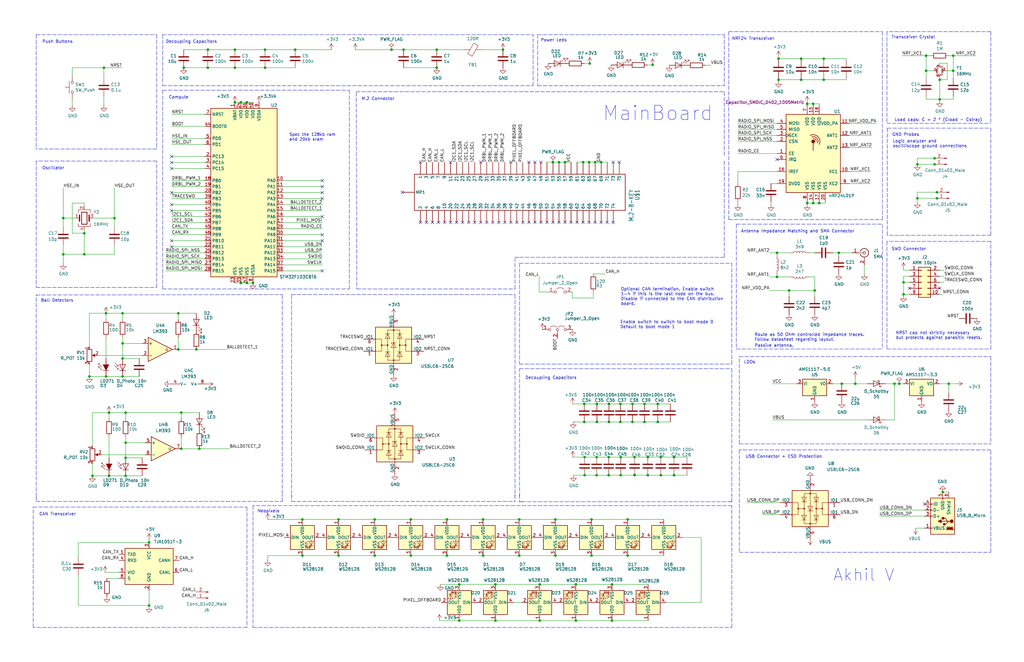
<source format=kicad_sch>
(kicad_sch (version 20211123) (generator eeschema)
  (paper "B")
  (junction (at 234.188 234.442))
  (junction (at 127.508 219.202))
  (junction (at 250.952 68.453))
  (junction (at 390.525 23.495))
  (junction (at 264.668 219.202))
  (junction (at 234.188 219.202))
  (junction (at 75.184 147.447))
  (junction (at 35.56 98.425))
  (junction (at 203.708 219.202))
  (junction (at 77.47 28.575))
  (junction (at 111.76 20.955))
  (junction (at 235.712 68.453))
  (junction (at 327.66 116.84))
  (junction (at 394.081 66.802))
  (junction (at 278.638 192.913))
  (junction (at 246.507 192.913))
  (junction (at 111.76 28.575))
  (junction (at 208.915 246.634))
  (junction (at 261.747 200.533))
  (junction (at 37.719 158.877))
  (junction (at 35.56 107.315))
  (junction (at 127.508 234.442))
  (junction (at 184.15 28.575))
  (junction (at 246.507 200.533))
  (junction (at 51.689 151.257))
  (junction (at 203.708 234.442))
  (junction (at 44.704 132.207))
  (junction (at 273.177 200.533))
  (junction (at 337.82 24.765))
  (junction (at 193.675 261.874))
  (junction (at 381 124.206))
  (junction (at 246.38 178.054))
  (junction (at 101.6 119.38))
  (junction (at 249.428 219.202))
  (junction (at 227.584 261.874))
  (junction (at 173.228 219.202))
  (junction (at 275.209 27.305))
  (junction (at 48.26 92.075))
  (junction (at 84.074 189.357))
  (junction (at 256.794 170.434))
  (junction (at 271.78 170.434))
  (junction (at 52.959 200.787))
  (junction (at 245.872 68.453))
  (junction (at 52.959 186.817))
  (junction (at 284.226 200.533))
  (junction (at 87.63 28.575))
  (junction (at 157.988 234.442))
  (junction (at 261.62 170.434))
  (junction (at 104.14 43.18))
  (junction (at 328.295 33.655))
  (junction (at 266.7 178.054))
  (junction (at 76.454 174.117))
  (junction (at 43.815 28.575))
  (junction (at 26.67 92.075))
  (junction (at 62.865 255.524))
  (junction (at 381 119.126))
  (junction (at 51.689 144.907))
  (junction (at 264.668 234.442))
  (junction (at 258.064 246.634))
  (junction (at 218.948 234.442))
  (junction (at 340.36 43.815))
  (junction (at 242.824 246.634))
  (junction (at 76.454 189.357))
  (junction (at 379.222 161.925))
  (junction (at 267.589 192.913))
  (junction (at 242.824 261.874))
  (junction (at 170.18 20.955))
  (junction (at 227.584 246.634))
  (junction (at 345.44 85.725))
  (junction (at 51.689 158.877))
  (junction (at 328.295 24.765))
  (junction (at 261.747 192.913))
  (junction (at 278.638 200.533))
  (junction (at 256.794 178.054))
  (junction (at 342.9 85.725))
  (junction (at 258.064 261.874))
  (junction (at 256.667 192.913))
  (junction (at 271.78 178.054))
  (junction (at 347.345 33.655))
  (junction (at 193.675 246.634))
  (junction (at 38.989 200.787))
  (junction (at 106.68 119.38))
  (junction (at 266.7 170.434))
  (junction (at 360.68 161.925))
  (junction (at 394.081 69.342))
  (junction (at 184.15 20.955))
  (junction (at 353.695 106.68))
  (junction (at 342.9 43.815))
  (junction (at 400.05 161.925))
  (junction (at 267.589 200.533))
  (junction (at 386.842 83.693))
  (junction (at 340.36 85.725))
  (junction (at 99.06 43.18))
  (junction (at 332.74 122.555))
  (junction (at 233.172 68.453))
  (junction (at 354.965 161.925))
  (junction (at 26.67 107.315))
  (junction (at 44.704 158.877))
  (junction (at 249.428 234.442))
  (junction (at 327.66 106.68))
  (junction (at 277.368 170.434))
  (junction (at 238.252 68.453))
  (junction (at 386.842 69.342))
  (junction (at 396.24 41.91))
  (junction (at 401.955 23.495))
  (junction (at 75.184 132.207))
  (junction (at 273.177 192.913))
  (junction (at 390.525 29.845))
  (junction (at 45.974 200.787))
  (junction (at 251.714 178.054))
  (junction (at 124.46 20.955))
  (junction (at 99.06 28.575))
  (junction (at 267.589 200.406))
  (junction (at 251.714 170.434))
  (junction (at 52.959 193.167))
  (junction (at 142.748 219.202))
  (junction (at 246.38 170.434))
  (junction (at 251.587 192.913))
  (junction (at 284.226 192.913))
  (junction (at 87.63 20.955))
  (junction (at 218.948 219.202))
  (junction (at 104.14 119.38))
  (junction (at 248.666 26.797))
  (junction (at 256.667 200.533))
  (junction (at 377.19 161.925))
  (junction (at 82.804 147.447))
  (junction (at 173.228 234.442))
  (junction (at 51.689 132.207))
  (junction (at 188.468 234.442))
  (junction (at 395.097 81.153))
  (junction (at 337.82 33.655))
  (junction (at 101.6 43.18))
  (junction (at 343.535 122.555))
  (junction (at 165.1 20.955))
  (junction (at 99.06 20.955))
  (junction (at 62.865 228.854))
  (junction (at 45.974 174.117))
  (junction (at 212.09 20.955))
  (junction (at 248.412 68.453))
  (junction (at 395.097 83.693))
  (junction (at 142.748 234.442))
  (junction (at 188.468 219.202))
  (junction (at 157.988 219.202))
  (junction (at 253.492 68.453))
  (junction (at 208.915 261.874))
  (junction (at 397.51 207.645))
  (junction (at 347.345 24.765))
  (junction (at 261.62 178.054))
  (junction (at 251.587 200.533))
  (junction (at 277.368 178.054))
  (junction (at 396.24 33.655))
  (junction (at 401.955 29.845))
  (junction (at 52.959 174.117))
  (no_connect (at 389.89 212.725))
  (no_connect (at 327.66 67.31))
  (no_connect (at 72.39 66.04))
  (no_connect (at 258.572 93.853))
  (no_connect (at 256.032 93.853))
  (no_connect (at 177.292 93.853))
  (no_connect (at 210.312 93.853))
  (no_connect (at 187.452 93.853))
  (no_connect (at 253.492 93.853))
  (no_connect (at 228.092 68.453))
  (no_connect (at 72.39 71.12))
  (no_connect (at 135.89 76.2))
  (no_connect (at 223.012 68.453))
  (no_connect (at 135.89 81.28))
  (no_connect (at 207.772 93.853))
  (no_connect (at 215.392 68.453))
  (no_connect (at 230.632 93.853))
  (no_connect (at 217.932 93.853))
  (no_connect (at 240.792 93.853))
  (no_connect (at 72.39 101.6))
  (no_connect (at 192.532 93.853))
  (no_connect (at 261.112 68.453))
  (no_connect (at 135.89 114.3))
  (no_connect (at 197.612 93.853))
  (no_connect (at 245.872 93.853))
  (no_connect (at 396.24 121.666))
  (no_connect (at 182.372 93.853))
  (no_connect (at 202.692 68.453))
  (no_connect (at 135.89 83.82))
  (no_connect (at 233.172 93.853))
  (no_connect (at 135.89 91.44))
  (no_connect (at 195.072 93.853))
  (no_connect (at 220.472 93.853))
  (no_connect (at 184.912 93.853))
  (no_connect (at 72.39 88.9))
  (no_connect (at 205.232 93.853))
  (no_connect (at 235.712 93.853))
  (no_connect (at 383.54 121.666))
  (no_connect (at 258.572 68.453))
  (no_connect (at 189.992 93.853))
  (no_connect (at 250.952 93.853))
  (no_connect (at 243.332 93.853))
  (no_connect (at 169.672 81.153))
  (no_connect (at 135.89 101.6))
  (no_connect (at 248.412 93.853))
  (no_connect (at 225.552 93.853))
  (no_connect (at 72.39 68.58))
  (no_connect (at 72.39 81.28))
  (no_connect (at 200.152 93.853))
  (no_connect (at 225.552 68.453))
  (no_connect (at 72.39 86.36))
  (no_connect (at 189.992 68.453))
  (no_connect (at 179.832 93.853))
  (no_connect (at 177.292 68.453))
  (no_connect (at 72.39 104.14))
  (no_connect (at 135.89 78.74))
  (no_connect (at 212.852 93.853))
  (no_connect (at 135.89 99.06))
  (no_connect (at 223.012 93.853))
  (no_connect (at 202.692 93.853))
  (no_connect (at 215.392 93.853))
  (no_connect (at 228.092 93.853))
  (no_connect (at 238.252 93.853))
  (polyline (pts (xy 150.495 121.92) (xy 217.17 121.92)))
  (wire (pts (xy 353.695 107.95) (xy 353.695 106.68)))
  (wire (pts (xy 337.82 25.4) (xy 337.82 24.765)))
  (wire (pts (xy 119.38 109.22) (xy 135.89 109.22)))
  (wire (pts (xy 112.903 219.202) (xy 127.508 219.202)))
  (wire (pts (xy 101.6 119.38) (xy 104.14 119.38)))
  (wire (pts (xy 279.908 219.202) (xy 264.668 219.202)))
  (polyline (pts (xy 311.785 187.325) (xy 311.785 150.495)))
  (wire (pts (xy 149.86 20.955) (xy 165.1 20.955)))
  (wire (pts (xy 26.67 107.315) (xy 26.67 111.125)))
  (polyline (pts (xy 15.24 14.605) (xy 15.24 62.865)))
  (wire (pts (xy 238.252 68.453) (xy 240.792 68.453)))
  (wire (pts (xy 340.36 44.45) (xy 340.36 43.815)))
  (polyline (pts (xy 374.015 13.335) (xy 374.015 52.07)))
  (wire (pts (xy 26.67 103.505) (xy 26.67 107.315)))
  (polyline (pts (xy 305.435 14.605) (xy 305.435 36.195)))
  (wire (pts (xy 87.63 20.955) (xy 77.47 20.955)))
  (polyline (pts (xy 66.04 62.865) (xy 15.24 62.865)))
  (wire (pts (xy 235.712 68.453) (xy 238.252 68.453)))
  (wire (pts (xy 242.824 246.634) (xy 258.064 246.634)))
  (wire (pts (xy 271.78 178.054) (xy 277.368 178.054)))
  (wire (pts (xy 203.708 219.202) (xy 218.948 219.202)))
  (wire (pts (xy 337.82 33.655) (xy 347.345 33.655)))
  (polyline (pts (xy 307.34 92.71) (xy 372.11 92.71)))
  (wire (pts (xy 38.989 195.707) (xy 38.989 200.787)))
  (wire (pts (xy 250.952 68.453) (xy 253.492 68.453)))
  (wire (pts (xy 251.714 170.434) (xy 256.794 170.434)))
  (polyline (pts (xy 219.075 111.125) (xy 308.61 111.125)))
  (wire (pts (xy 400.05 23.495) (xy 401.955 23.495)))
  (wire (pts (xy 395.224 83.693) (xy 395.097 83.693)))
  (wire (pts (xy 324.485 106.68) (xy 327.66 106.68)))
  (wire (pts (xy 241.427 170.434) (xy 246.38 170.434)))
  (wire (pts (xy 347.345 25.4) (xy 347.345 24.765)))
  (wire (pts (xy 127.508 219.202) (xy 142.748 219.202)))
  (wire (pts (xy 342.9 44.45) (xy 342.9 43.815)))
  (wire (pts (xy 51.689 144.907) (xy 51.689 151.257)))
  (wire (pts (xy 227.584 246.634) (xy 242.824 246.634)))
  (wire (pts (xy 373.38 161.925) (xy 377.19 161.925)))
  (wire (pts (xy 119.38 76.2) (xy 135.89 76.2)))
  (wire (pts (xy 394.081 66.802) (xy 386.842 66.802)))
  (wire (pts (xy 327.66 52.07) (xy 311.15 52.07)))
  (polyline (pts (xy 122.936 124.46) (xy 122.936 209.55)))
  (polyline (pts (xy 417.83 54.102) (xy 417.83 99.314)))
  (polyline (pts (xy 417.83 13.335) (xy 417.83 52.07)))
  (wire (pts (xy 325.12 86.36) (xy 325.12 85.09)))
  (wire (pts (xy 256.667 200.533) (xy 261.747 200.533)))
  (wire (pts (xy 267.589 192.913) (xy 273.177 192.913)))
  (wire (pts (xy 246.38 178.054) (xy 251.714 178.054)))
  (wire (pts (xy 119.38 88.9) (xy 135.89 88.9)))
  (wire (pts (xy 119.38 91.44) (xy 135.89 91.44)))
  (wire (pts (xy 253.492 68.453) (xy 256.032 68.453)))
  (polyline (pts (xy 15.24 67.945) (xy 15.24 121.285)))
  (wire (pts (xy 75.184 132.207) (xy 82.804 132.207)))
  (wire (pts (xy 390.525 29.845) (xy 390.525 33.02)))
  (wire (pts (xy 277.368 170.434) (xy 282.702 170.434)))
  (wire (pts (xy 72.39 88.9) (xy 86.36 88.9)))
  (wire (pts (xy 251.587 200.533) (xy 256.667 200.533)))
  (polyline (pts (xy 374.015 111.125) (xy 374.015 147.32)))
  (wire (pts (xy 250.19 123.19) (xy 250.19 125.73)))
  (wire (pts (xy 72.39 99.06) (xy 86.36 99.06)))
  (wire (pts (xy 394.208 69.342) (xy 394.081 69.342)))
  (wire (pts (xy 165.1 20.955) (xy 170.18 20.955)))
  (polyline (pts (xy 150.241 38.735) (xy 305.435 38.735)))
  (wire (pts (xy 248.412 68.453) (xy 250.952 68.453)))
  (wire (pts (xy 328.93 212.09) (xy 314.96 212.09)))
  (wire (pts (xy 353.695 106.68) (xy 351.155 106.68)))
  (wire (pts (xy 370.84 215.265) (xy 389.89 215.265)))
  (wire (pts (xy 311.15 86.36) (xy 311.15 85.09)))
  (wire (pts (xy 356.87 33.655) (xy 356.87 33.02)))
  (wire (pts (xy 394.208 66.802) (xy 394.081 66.802)))
  (wire (pts (xy 52.959 186.817) (xy 61.214 186.817)))
  (wire (pts (xy 104.14 119.38) (xy 106.68 119.38)))
  (wire (pts (xy 390.525 41.91) (xy 390.525 40.64)))
  (wire (pts (xy 86.36 86.36) (xy 72.39 86.36)))
  (wire (pts (xy 124.46 20.955) (xy 139.7 20.955)))
  (wire (pts (xy 340.36 43.815) (xy 340.36 43.18)))
  (wire (pts (xy 45.974 200.787) (xy 52.959 200.787)))
  (polyline (pts (xy 66.04 67.945) (xy 15.24 67.945)))
  (polyline (pts (xy 311.785 150.495) (xy 417.83 150.495)))
  (wire (pts (xy 340.36 86.36) (xy 340.36 85.725)))
  (wire (pts (xy 203.708 234.442) (xy 218.948 234.442)))
  (polyline (pts (xy 374.015 101.854) (xy 374.015 111.125)))
  (polyline (pts (xy 219.075 208.788) (xy 219.075 211.709)))
  (wire (pts (xy 101.6 43.18) (xy 104.14 43.18)))
  (wire (pts (xy 43.815 44.45) (xy 43.815 40.64)))
  (wire (pts (xy 401.955 23.495) (xy 401.955 29.845)))
  (wire (pts (xy 394.081 69.342) (xy 386.842 69.342)))
  (polyline (pts (xy 374.015 52.07) (xy 417.83 52.07)))
  (wire (pts (xy 241.808 200.533) (xy 246.507 200.533)))
  (wire (pts (xy 311.15 77.47) (xy 311.15 72.39)))
  (wire (pts (xy 261.747 192.913) (xy 267.589 192.913)))
  (wire (pts (xy 38.989 174.117) (xy 45.974 174.117)))
  (wire (pts (xy 241.554 192.913) (xy 246.507 192.913)))
  (wire (pts (xy 256.667 192.913) (xy 261.747 192.913)))
  (wire (pts (xy 86.36 101.6) (xy 72.39 101.6)))
  (wire (pts (xy 111.76 28.575) (xy 99.06 28.575)))
  (wire (pts (xy 379.222 161.925) (xy 381 161.925)))
  (wire (pts (xy 185.293 261.874) (xy 193.675 261.874)))
  (wire (pts (xy 396.24 42.545) (xy 396.24 41.91)))
  (wire (pts (xy 234.188 234.442) (xy 249.428 234.442)))
  (wire (pts (xy 396.24 32.385) (xy 396.24 33.655)))
  (polyline (pts (xy 310.515 94.615) (xy 372.11 94.615)))
  (wire (pts (xy 246.507 200.533) (xy 251.587 200.533)))
  (wire (pts (xy 72.39 48.26) (xy 86.36 48.26)))
  (wire (pts (xy 48.26 79.375) (xy 48.26 92.075)))
  (wire (pts (xy 251.714 178.054) (xy 256.794 178.054)))
  (polyline (pts (xy 15.24 121.285) (xy 66.04 121.285)))
  (wire (pts (xy 119.38 83.82) (xy 135.89 83.82)))
  (wire (pts (xy 44.704 132.207) (xy 51.689 132.207)))
  (wire (pts (xy 212.09 20.955) (xy 203.2 20.955)))
  (wire (pts (xy 401.955 41.91) (xy 401.955 40.64)))
  (wire (pts (xy 369.57 52.07) (xy 358.14 52.07)))
  (polyline (pts (xy 122.936 124.333) (xy 217.17 124.333)))
  (wire (pts (xy 51.689 158.877) (xy 58.674 158.877)))
  (wire (pts (xy 33.02 228.981) (xy 33.02 235.077)))
  (wire (pts (xy 112.903 234.442) (xy 112.903 236.347)))
  (wire (pts (xy 343.535 106.68) (xy 340.995 106.68)))
  (wire (pts (xy 51.689 144.907) (xy 59.944 144.907)))
  (wire (pts (xy 396.24 41.91) (xy 390.525 41.91)))
  (wire (pts (xy 251.587 192.913) (xy 256.667 192.913)))
  (polyline (pts (xy 372.11 94.615) (xy 372.11 147.32)))
  (polyline (pts (xy 15.24 14.605) (xy 66.04 14.605)))
  (wire (pts (xy 347.345 33.02) (xy 347.345 33.655)))
  (polyline (pts (xy 68.58 38.1) (xy 68.58 121.92)))
  (polyline (pts (xy 417.83 101.854) (xy 374.015 101.854)))
  (polyline (pts (xy 311.785 233.045) (xy 417.83 233.045)))
  (wire (pts (xy 396.24 41.91) (xy 401.955 41.91)))
  (polyline (pts (xy 104.14 264.795) (xy 13.97 264.795)))
  (polyline (pts (xy 217.17 208.788) (xy 217.17 211.582)))
  (wire (pts (xy 33.02 242.697) (xy 33.02 255.524)))
  (polyline (pts (xy 417.83 189.865) (xy 311.785 189.865)))
  (wire (pts (xy 52.959 200.787) (xy 59.944 200.787)))
  (wire (pts (xy 87.63 28.575) (xy 77.47 28.575)))
  (polyline (pts (xy 305.435 38.735) (xy 305.435 66.04)))
  (polyline (pts (xy 226.695 14.605) (xy 305.435 14.605)))
  (polyline (pts (xy 118.999 124.46) (xy 118.999 209.55)))
  (wire (pts (xy 367.665 62.23) (xy 358.14 62.23)))
  (wire (pts (xy 142.748 234.442) (xy 157.988 234.442)))
  (polyline (pts (xy 66.04 14.605) (xy 66.04 62.865)))
  (wire (pts (xy 278.638 200.533) (xy 284.226 200.533)))
  (wire (pts (xy 51.689 132.207) (xy 75.184 132.207)))
  (polyline (pts (xy 217.17 108.585) (xy 219.075 108.585)))
  (wire (pts (xy 119.38 101.6) (xy 135.89 101.6)))
  (wire (pts (xy 188.468 219.202) (xy 173.228 219.202)))
  (wire (pts (xy 333.375 116.84) (xy 327.66 116.84)))
  (wire (pts (xy 43.815 28.575) (xy 43.815 33.02)))
  (wire (pts (xy 377.19 161.925) (xy 379.222 161.925)))
  (wire (pts (xy 119.38 106.68) (xy 135.89 106.68)))
  (wire (pts (xy 58.674 151.257) (xy 51.689 151.257)))
  (wire (pts (xy 386.842 85.217) (xy 386.842 83.693)))
  (wire (pts (xy 345.44 43.815) (xy 342.9 43.815)))
  (wire (pts (xy 62.865 255.524) (xy 62.865 255.905)))
  (wire (pts (xy 44.704 134.747) (xy 44.704 132.207)))
  (wire (pts (xy 104.14 43.18) (xy 106.68 43.18)))
  (wire (pts (xy 354.965 161.925) (xy 360.68 161.925)))
  (wire (pts (xy 76.454 189.357) (xy 84.074 189.357)))
  (wire (pts (xy 218.948 234.442) (xy 234.188 234.442)))
  (polyline (pts (xy 372.11 13.335) (xy 372.11 92.71)))
  (wire (pts (xy 367.03 72.39) (xy 358.14 72.39)))
  (polyline (pts (xy 219.075 153.67) (xy 308.61 153.67)))
  (wire (pts (xy 381 113.411) (xy 381 114.046)))
  (wire (pts (xy 364.49 115.57) (xy 364.49 111.76)))
  (wire (pts (xy 119.38 114.3) (xy 135.89 114.3)))
  (polyline (pts (xy 15.24 211.582) (xy 118.999 211.582)))
  (wire (pts (xy 250.19 115.57) (xy 255.27 115.57)))
  (wire (pts (xy 188.468 234.442) (xy 203.708 234.442)))
  (wire (pts (xy 26.67 92.075) (xy 26.67 95.885)))
  (wire (pts (xy 75.184 134.747) (xy 75.184 132.207)))
  (wire (pts (xy 38.989 174.117) (xy 38.989 188.087)))
  (wire (pts (xy 72.39 66.04) (xy 86.36 66.04)))
  (wire (pts (xy 397.51 124.206) (xy 396.24 124.206)))
  (wire (pts (xy 401.955 33.02) (xy 401.955 29.845)))
  (wire (pts (xy 86.36 78.74) (xy 72.39 78.74)))
  (wire (pts (xy 328.295 33.655) (xy 328.295 33.02)))
  (wire (pts (xy 299.72 27.432) (xy 299.72 27.559)))
  (wire (pts (xy 45.974 176.657) (xy 45.974 174.117)))
  (wire (pts (xy 86.36 91.44) (xy 72.39 91.44)))
  (polyline (pts (xy 417.83 99.314) (xy 374.142 99.314)))
  (wire (pts (xy 266.7 178.054) (xy 271.78 178.054)))
  (wire (pts (xy 367.03 77.47) (xy 358.14 77.47)))
  (wire (pts (xy 193.675 246.634) (xy 208.915 246.634)))
  (wire (pts (xy 84.074 189.357) (xy 96.774 189.357)))
  (wire (pts (xy 157.988 234.442) (xy 173.228 234.442)))
  (polyline (pts (xy 104.14 213.995) (xy 104.14 264.795)))
  (wire (pts (xy 347.98 85.725) (xy 345.44 85.725)))
  (wire (pts (xy 400.05 161.925) (xy 403.225 161.925)))
  (wire (pts (xy 72.39 58.42) (xy 86.36 58.42)))
  (polyline (pts (xy 226.695 14.605) (xy 226.695 36.195)))
  (wire (pts (xy 227.33 123.19) (xy 227.33 116.84)))
  (wire (pts (xy 399.415 26.67) (xy 399.415 33.655)))
  (wire (pts (xy 377.19 177.165) (xy 377.19 161.925)))
  (wire (pts (xy 30.48 31.75) (xy 30.48 28.575)))
  (polyline (pts (xy 374.142 54.102) (xy 374.142 99.314)))
  (wire (pts (xy 52.959 174.117) (xy 76.454 174.117)))
  (wire (pts (xy 249.428 234.442) (xy 264.668 234.442)))
  (wire (pts (xy 273.177 200.533) (xy 278.638 200.533)))
  (polyline (pts (xy 417.83 13.335) (xy 374.015 13.335)))
  (wire (pts (xy 185.674 246.634) (xy 193.675 246.634)))
  (wire (pts (xy 381 119.126) (xy 381 116.586)))
  (wire (pts (xy 51.689 134.747) (xy 51.689 132.207)))
  (wire (pts (xy 351.155 161.925) (xy 354.965 161.925)))
  (wire (pts (xy 311.15 64.77) (xy 327.66 64.77)))
  (polyline (pts (xy 219.075 111.125) (xy 219.075 153.67)))
  (wire (pts (xy 267.589 200.533) (xy 273.177 200.533)))
  (polyline (pts (xy 219.075 211.709) (xy 220.345 211.709)))
  (polyline (pts (xy 68.58 36.195) (xy 224.79 36.195)))
  (polyline (pts (xy 122.936 208.788) (xy 122.936 211.582)))
  (wire (pts (xy 327.66 106.68) (xy 327.66 107.95)))
  (wire (pts (xy 325.755 177.165) (xy 365.76 177.165)))
  (polyline (pts (xy 106.68 213.36) (xy 106.68 264.795)))
  (wire (pts (xy 230.632 68.453) (xy 233.172 68.453)))
  (wire (pts (xy 75.184 142.367) (xy 75.184 147.447)))
  (wire (pts (xy 264.668 234.442) (xy 279.908 234.442)))
  (wire (pts (xy 241.681 178.054) (xy 246.38 178.054)))
  (wire (pts (xy 234.188 219.202) (xy 249.428 219.202)))
  (wire (pts (xy 33.02 255.524) (xy 62.865 255.524)))
  (wire (pts (xy 30.48 28.575) (xy 43.815 28.575)))
  (wire (pts (xy 267.589 200.406) (xy 267.589 200.533)))
  (wire (pts (xy 111.76 20.955) (xy 99.06 20.955)))
  (wire (pts (xy 401.955 23.495) (xy 411.48 23.495)))
  (wire (pts (xy 184.15 20.955) (xy 170.18 20.955)))
  (polyline (pts (xy 308.61 213.36) (xy 106.68 213.36)))
  (wire (pts (xy 328.295 34.29) (xy 328.295 33.655)))
  (wire (pts (xy 284.226 192.913) (xy 289.687 192.913)))
  (wire (pts (xy 86.36 76.2) (xy 72.39 76.2)))
  (wire (pts (xy 381 124.206) (xy 381 119.126)))
  (wire (pts (xy 347.98 85.09) (xy 347.98 85.725)))
  (wire (pts (xy 386.842 66.802) (xy 386.842 69.342)))
  (wire (pts (xy 99.06 43.18) (xy 101.6 43.18)))
  (wire (pts (xy 381 116.586) (xy 383.54 116.586)))
  (polyline (pts (xy 106.68 264.795) (xy 308.61 264.795)))
  (wire (pts (xy 284.226 200.533) (xy 289.687 200.533)))
  (wire (pts (xy 38.989 200.787) (xy 45.974 200.787)))
  (wire (pts (xy 356.87 24.765) (xy 347.345 24.765)))
  (wire (pts (xy 328.295 24.765) (xy 328.295 24.13)))
  (wire (pts (xy 249.428 219.202) (xy 264.668 219.202)))
  (wire (pts (xy 258.064 246.634) (xy 273.304 246.634)))
  (wire (pts (xy 345.44 44.45) (xy 345.44 43.815)))
  (wire (pts (xy 360.68 161.925) (xy 365.76 161.925)))
  (wire (pts (xy 218.948 219.202) (xy 234.188 219.202)))
  (wire (pts (xy 271.78 170.434) (xy 277.368 170.434)))
  (wire (pts (xy 173.228 234.442) (xy 188.468 234.442)))
  (polyline (pts (xy 417.83 233.045) (xy 417.83 189.865)))
  (wire (pts (xy 82.804 147.447) (xy 95.504 147.447)))
  (polyline (pts (xy 310.515 147.32) (xy 372.11 147.32)))
  (wire (pts (xy 86.36 71.12) (xy 72.39 71.12)))
  (wire (pts (xy 35.56 97.155) (xy 35.56 98.425)))
  (wire (pts (xy 62.865 249.174) (xy 62.865 255.524)))
  (wire (pts (xy 370.84 217.805) (xy 389.89 217.805)))
  (wire (pts (xy 311.15 54.61) (xy 327.66 54.61)))
  (wire (pts (xy 86.36 93.98) (xy 72.39 93.98)))
  (polyline (pts (xy 307.848 211.709) (xy 308.61 211.709)))
  (wire (pts (xy 170.18 28.575) (xy 184.15 28.575)))
  (wire (pts (xy 43.815 28.575) (xy 51.435 28.575)))
  (wire (pts (xy 45.974 193.167) (xy 45.974 184.277)))
  (wire (pts (xy 311.15 72.39) (xy 327.66 72.39)))
  (wire (pts (xy 343.535 116.84) (xy 343.535 122.555)))
  (wire (pts (xy 37.719 132.207) (xy 44.704 132.207)))
  (wire (pts (xy 337.82 33.02) (xy 337.82 33.655)))
  (wire (pts (xy 30.48 98.425) (xy 35.56 98.425)))
  (wire (pts (xy 397.51 207.645) (xy 400.05 207.645)))
  (polyline (pts (xy 224.79 36.195) (xy 224.79 14.605)))
  (wire (pts (xy 208.915 261.874) (xy 227.584 261.874)))
  (polyline (pts (xy 122.936 211.582) (xy 217.043 211.582)))
  (polyline (pts (xy 15.24 124.46) (xy 118.999 124.333)))
  (wire (pts (xy 26.67 92.075) (xy 31.75 92.075)))
  (polyline (pts (xy 417.83 147.32) (xy 417.83 111.125)))
  (wire (pts (xy 157.988 219.202) (xy 142.748 219.202)))
  (wire (pts (xy 227.584 261.874) (xy 242.824 261.874)))
  (wire (pts (xy 42.799 191.897) (xy 61.214 191.897)))
  (wire (pts (xy 395.097 81.153) (xy 386.842 81.153)))
  (polyline (pts (xy 118.999 211.582) (xy 118.999 208.788)))
  (wire (pts (xy 69.85 111.76) (xy 86.36 111.76)))
  (wire (pts (xy 69.85 106.68) (xy 86.36 106.68)))
  (wire (pts (xy 272.923 27.432) (xy 275.209 27.432)))
  (wire (pts (xy 59.944 193.167) (xy 52.959 193.167)))
  (polyline (pts (xy 15.24 209.55) (xy 15.24 211.582)))
  (wire (pts (xy 48.26 107.315) (xy 48.26 103.505)))
  (wire (pts (xy 342.9 85.09) (xy 342.9 85.725)))
  (polyline (pts (xy 308.61 211.709) (xy 308.61 208.915)))
  (wire (pts (xy 342.9 85.725) (xy 340.36 85.725)))
  (wire (pts (xy 367.665 57.15) (xy 358.14 57.15)))
  (wire (pts (xy 119.38 96.52) (xy 135.89 96.52)))
  (wire (pts (xy 360.68 159.385) (xy 360.68 161.925)))
  (wire (pts (xy 342.9 43.815) (xy 340.36 43.815)))
  (wire (pts (xy 37.719 158.877) (xy 44.704 158.877)))
  (polyline (pts (xy 68.58 121.92) (xy 147.32 121.92)))
  (wire (pts (xy 30.48 44.45) (xy 30.48 41.91)))
  (wire (pts (xy 266.7 170.434) (xy 271.78 170.434)))
  (wire (pts (xy 395.224 81.153) (xy 395.097 81.153)))
  (polyline (pts (xy 417.83 111.76) (xy 417.83 101.854)))
  (wire (pts (xy 356.87 25.4) (xy 356.87 24.765)))
  (wire (pts (xy 124.46 20.955) (xy 111.76 20.955)))
  (wire (pts (xy 278.638 192.913) (xy 284.226 192.913)))
  (wire (pts (xy 345.44 85.09) (xy 345.44 85.725)))
  (polyline (pts (xy 147.32 38.1) (xy 147.32 121.92)))
  (polyline (pts (xy 307.34 13.335) (xy 372.11 13.335)))
  (wire (pts (xy 386.08 222.885) (xy 389.89 222.885)))
  (polyline (pts (xy 307.34 13.335) (xy 307.34 92.71)))
  (wire (pts (xy 35.56 107.315) (xy 48.26 107.315)))
  (wire (pts (xy 75.184 147.447) (xy 82.804 147.447)))
  (wire (pts (xy 332.74 125.095) (xy 332.74 122.555)))
  (wire (pts (xy 328.93 217.17) (xy 321.31 217.17)))
  (polyline (pts (xy 310.515 94.615) (xy 310.515 147.32)))
  (wire (pts (xy 297.434 27.559) (xy 299.72 27.559)))
  (wire (pts (xy 233.172 68.453) (xy 235.712 68.453)))
  (wire (pts (xy 45.974 174.117) (xy 52.959 174.117)))
  (wire (pts (xy 99.06 20.955) (xy 87.63 20.955)))
  (wire (pts (xy 347.345 24.765) (xy 337.82 24.765)))
  (wire (pts (xy 381 114.046) (xy 383.54 114.046)))
  (wire (pts (xy 287.528 226.822) (xy 295.656 226.822)))
  (wire (pts (xy 386.842 83.693) (xy 386.842 81.153)))
  (wire (pts (xy 396.24 26.67) (xy 399.415 26.67)))
  (wire (pts (xy 275.209 27.305) (xy 275.209 27.432)))
  (wire (pts (xy 231.14 123.19) (xy 227.33 123.19)))
  (wire (pts (xy 242.824 261.874) (xy 258.064 261.874)))
  (wire (pts (xy 127.508 234.442) (xy 142.748 234.442)))
  (polyline (pts (xy 374.015 147.32) (xy 417.83 147.32)))
  (wire (pts (xy 119.38 99.06) (xy 135.89 99.06)))
  (wire (pts (xy 188.468 219.202) (xy 203.708 219.202)))
  (wire (pts (xy 273.177 192.913) (xy 278.638 192.913)))
  (wire (pts (xy 35.56 86.995) (xy 35.56 85.725)))
  (wire (pts (xy 325.12 77.47) (xy 327.66 77.47)))
  (polyline (pts (xy 219.075 209.55) (xy 219.075 155.575)))
  (wire (pts (xy 261.747 200.533) (xy 267.589 200.533)))
  (wire (pts (xy 86.36 68.58) (xy 72.39 68.58)))
  (wire (pts (xy 398.145 114.046) (xy 396.24 114.046)))
  (wire (pts (xy 256.794 178.054) (xy 261.62 178.054)))
  (wire (pts (xy 69.85 114.3) (xy 86.36 114.3)))
  (polyline (pts (xy 217.17 121.92) (xy 217.17 108.585)))
  (wire (pts (xy 41.529 149.987) (xy 59.944 149.987)))
  (wire (pts (xy 333.375 106.68) (xy 327.66 106.68)))
  (polyline (pts (xy 311.785 187.325) (xy 417.83 187.325)))
  (wire (pts (xy 119.38 111.76) (xy 135.89 111.76)))
  (wire (pts (xy 208.915 246.634) (xy 227.584 246.634)))
  (wire (pts (xy 45.085 244.094) (xy 50.165 244.094)))
  (wire (pts (xy 396.24 161.925) (xy 400.05 161.925)))
  (wire (pts (xy 216.535 254.254) (xy 219.964 254.254)))
  (polyline (pts (xy 308.483 211.709) (xy 218.948 211.709)))
  (wire (pts (xy 195.58 20.955) (xy 184.15 20.955)))
  (wire (pts (xy 76.454 174.117) (xy 84.074 174.117)))
  (polyline (pts (xy 226.695 36.195) (xy 305.435 36.195)))
  (wire (pts (xy 280.924 254.254) (xy 295.656 254.254)))
  (wire (pts (xy 62.865 227.711) (xy 62.865 228.854)))
  (wire (pts (xy 390.525 29.845) (xy 393.7 29.845)))
  (wire (pts (xy 328.295 25.4) (xy 328.295 24.765)))
  (polyline (pts (xy 417.83 150.495) (xy 417.83 187.325)))
  (wire (pts (xy 119.38 86.36) (xy 135.89 86.36)))
  (wire (pts (xy 396.24 27.305) (xy 396.24 26.67)))
  (wire (pts (xy 248.666 26.67) (xy 248.666 26.797)))
  (wire (pts (xy 324.485 116.84) (xy 327.66 116.84)))
  (wire (pts (xy 347.345 33.655) (xy 356.87 33.655)))
  (wire (pts (xy 35.56 85.725) (xy 30.48 85.725)))
  (wire (pts (xy 52.959 186.817) (xy 52.959 193.167)))
  (wire (pts (xy 119.38 78.74) (xy 135.89 78.74)))
  (wire (pts (xy 245.872 68.453) (xy 248.412 68.453)))
  (wire (pts (xy 44.704 151.257) (xy 44.704 142.367)))
  (wire (pts (xy 261.62 178.054) (xy 266.7 178.054)))
  (wire (pts (xy 383.54 124.206) (xy 381 124.206)))
  (wire (pts (xy 395.097 83.693) (xy 386.842 83.693)))
  (wire (pts (xy 37.719 132.207) (xy 37.719 146.177)))
  (wire (pts (xy 258.064 261.874) (xy 273.304 261.874)))
  (wire (pts (xy 340.36 85.725) (xy 340.36 85.09)))
  (polyline (pts (xy 219.075 155.575) (xy 308.61 155.575)))
  (polyline (pts (xy 150.241 38.989) (xy 150.495 121.92)))
  (wire (pts (xy 398.145 116.586) (xy 396.24 116.586)))
  (wire (pts (xy 359.41 106.68) (xy 353.695 106.68)))
  (wire (pts (xy 51.689 144.907) (xy 51.689 142.367)))
  (polyline (pts (xy 311.785 189.865) (xy 311.785 233.045)))
  (wire (pts (xy 72.39 81.28) (xy 86.36 81.28)))
  (wire (pts (xy 86.36 104.14) (xy 72.39 104.14)))
  (wire (pts (xy 261.62 170.434) (xy 266.7 170.434)))
  (wire (pts (xy 72.39 53.34) (xy 86.36 53.34)))
  (wire (pts (xy 328.295 33.655) (xy 337.82 33.655)))
  (wire (pts (xy 390.525 23.495) (xy 390.525 29.845)))
  (wire (pts (xy 311.15 59.69) (xy 327.66 59.69)))
  (wire (pts (xy 48.26 95.885) (xy 48.26 92.075)))
  (wire (pts (xy 327.66 57.15) (xy 311.15 57.15)))
  (polyline (pts (xy 15.24 209.55) (xy 15.24 124.46)))
  (wire (pts (xy 243.332 68.453) (xy 245.872 68.453)))
  (wire (pts (xy 62.865 228.981) (xy 62.865 228.854)))
  (wire (pts (xy 37.719 153.797) (xy 37.719 158.877)))
  (wire (pts (xy 35.56 98.425) (xy 35.56 107.315)))
  (wire (pts (xy 398.78 29.845) (xy 401.955 29.845)))
  (wire (pts (xy 119.38 93.98) (xy 135.89 93.98)))
  (wire (pts (xy 241.3 123.19) (xy 241.3 125.73)))
  (wire (pts (xy 335.915 161.925) (xy 325.755 161.925)))
  (wire (pts (xy 392.43 23.495) (xy 390.525 23.495)))
  (wire (pts (xy 396.24 33.655) (xy 396.24 41.91)))
  (wire (pts (xy 345.44 85.725) (xy 342.9 85.725)))
  (wire (pts (xy 173.228 219.202) (xy 157.988 219.202)))
  (wire (pts (xy 295.656 226.822) (xy 295.656 254.254)))
  (polyline (pts (xy 66.04 121.285) (xy 66.04 67.945)))
  (polyline (pts (xy 217.17 124.333) (xy 217.17 209.423)))
  (wire (pts (xy 26.67 92.075) (xy 26.67 79.375)))
  (polyline (pts (xy 13.97 264.795) (xy 13.97 213.995)))
  (wire (pts (xy 381 119.126) (xy 383.54 119.126)))
  (wire (pts (xy 332.74 122.555) (xy 343.535 122.555)))
  (polyline (pts (xy 308.61 155.575) (xy 308.61 209.55)))
  (wire (pts (xy 44.704 158.877) (xy 51.689 158.877)))
  (wire (pts (xy 337.82 24.765) (xy 328.295 24.765)))
  (wire (pts (xy 246.38 170.434) (xy 251.714 170.434)))
  (polyline (pts (xy 13.97 213.995) (xy 104.14 213.995)))
  (polyline (pts (xy 308.61 264.795) (xy 308.61 213.36)))
  (wire (pts (xy 33.02 228.981) (xy 62.865 228.981)))
  (wire (pts (xy 246.38 26.797) (xy 248.666 26.797)))
  (wire (pts (xy 373.38 177.165) (xy 377.19 177.165)))
  (wire (pts (xy 76.454 176.657) (xy 76.454 174.117)))
  (wire (pts (xy 256.794 170.434) (xy 261.62 170.434)))
  (polyline (pts (xy 305.435 67.945) (xy 305.435 108.585)))
  (wire (pts (xy 380.365 23.495) (xy 390.525 23.495)))
  (wire (pts (xy 250.19 125.73) (xy 241.3 125.73)))
  (wire (pts (xy 277.368 178.054) (xy 282.702 178.054)))
  (wire (pts (xy 72.39 96.52) (xy 86.36 96.52)))
  (polyline (pts (xy 68.58 14.605) (xy 68.58 36.195)))
  (polyline (pts (xy 68.58 38.1) (xy 147.32 38.1)))
  (polyline (pts (xy 217.17 211.582) (xy 216.789 211.582)))
  (wire (pts (xy 44.323 241.554) (xy 50.165 241.554)))
  (wire (pts (xy 99.06 119.38) (xy 101.6 119.38)))
  (wire (pts (xy 399.415 33.655) (xy 396.24 33.655)))
  (wire (pts (xy 99.06 28.575) (xy 87.63 28.575)))
  (wire (pts (xy 72.39 83.82) (xy 86.36 83.82)))
  (wire (pts (xy 76.454 184.277) (xy 76.454 189.357)))
  (wire (pts (xy 119.38 81.28) (xy 135.89 81.28)))
  (wire (pts (xy 30.48 85.725) (xy 30.48 98.425)))
  (wire (pts (xy 72.39 60.96) (xy 86.36 60.96)))
  (polyline (pts (xy 308.61 153.67) (xy 308.61 111.125)))
  (wire (pts (xy 246.507 192.913) (xy 251.587 192.913)))
  (wire (pts (xy 381 124.841) (xy 381 124.206)))
  (wire (pts (xy 39.37 92.075) (xy 48.26 92.075)))
  (polyline (pts (xy 374.142 54.102) (xy 417.83 54.102)))
  (wire (pts (xy 327.66 116.84) (xy 327.66 115.57)))
  (wire (pts (xy 69.85 109.22) (xy 86.36 109.22)))
  (wire (pts (xy 343.535 116.84) (xy 340.995 116.84)))
  (wire (pts (xy 26.67 107.315) (xy 35.56 107.315)))
  (wire (pts (xy 124.46 28.575) (xy 111.76 28.575)))
  (wire (pts (xy 398.145 119.126) (xy 396.24 119.126)))
  (wire (pts (xy 52.959 176.657) (xy 52.959 174.117)))
  (wire (pts (xy 193.675 261.874) (xy 208.915 261.874)))
  (wire (pts (xy 332.74 122.555) (xy 324.485 122.555)))
  (wire (pts (xy 343.535 122.555) (xy 343.535 125.095)))
  (wire (pts (xy 127.508 234.442) (xy 112.903 234.442)))
  (wire (pts (xy 400.05 165.735) (xy 400.05 161.925)))
  (polyline (pts (xy 68.58 14.605) (xy 224.79 14.605)))
  (polyline (pts (xy 305.435 108.585) (xy 219.075 108.585)))
  (wire (pts (xy 52.959 186.817) (xy 52.959 184.277)))
  (wire (pts (xy 119.38 104.14) (xy 135.89 104.14)))
  (text "Load caps: C = 2 * (Cload - Cstray)" (at 377.19 51.435 0) (effects (font (size 1.27 1.27)) (justify left bottom)))
  (text "USB Connector + ESD Protection\n\n" (at 314.325 195.58 0) (effects (font (size 1.27 1.27)) (justify left bottom)))
  (text "Logic analyzer and \noscilliscope ground connections" (at 376.428 62.484 0) (effects (font (size 1.27 1.27)) (justify left bottom)))
  (text "Spec the 128kb ram\nand 20kb sram\n" (at 121.92 59.69 0) (effects (font (size 1.2446 1.2446)) (justify left bottom)))
  (text "Push Buttons\n" (at 17.78 18.415 0) (effects (font (size 1.27 1.27)) (justify left bottom)))
  (text "NRST cap not strictly necessary\nbut protects against parasitic resets." (at 377.698 143.383 0) (effects (font (size 1.27 1.27)) (justify left bottom)))
  (text "Route as 50 Ohm controlled impedance traces.\nFollow datasheet regarding layout." (at 318.135 144.145 0) (effects (font (size 1.27 1.27)) (justify left bottom)))
  (text "LDOs" (at 313.69 153.67 0) (effects (font (size 1.27 1.27)) (justify left bottom)))
  (text "Transceiver Crystal" (at 375.92 16.51 0) (effects (font (size 1.27 1.27)) (justify left bottom)))
  (text "Decoupling Capacitors\n" (at 69.85 18.415 0) (effects (font (size 1.27 1.27)) (justify left bottom)))
  (text "MainBoard" (at 254 51.435 0) (effects (font (size 5.9944 5.9944)) (justify left bottom)))
  (text "Antenna Impedance Matching and SMA Connector" (at 312.42 98.425 0) (effects (font (size 1.27 1.27)) (justify left bottom)))
  (text "Optional CAN termination. Enable switch\n1-4 if this is the last node on the bus.\nDisable if connected to the CAN distribution\nboard." (at 261.747 129.032 0) (effects (font (size 1.27 1.27)) (justify left bottom)))
  (text "M.2 Connector" (at 152.4 42.545 0) (effects (font (size 1.27 1.27)) (justify left bottom)))
  (text "GND Probes" (at 376.174 57.658 0) (effects (font (size 1.27 1.27)) (justify left bottom)))
  (text "CAN Transceiver\n" (at 16.51 217.805 0) (effects (font (size 1.27 1.27)) (justify left bottom)))
  (text "Enable switch to switch to boot mode 0\nDefault to boot mode 1" (at 261.493 138.811 0) (effects (font (size 1.27 1.27)) (justify left bottom)))
  (text "Power Leds" (at 227.965 17.78 0) (effects (font (size 1.27 1.27)) (justify left bottom)))
  (text "Neopixels\n" (at 108.585 216.535 0) (effects (font (size 1.27 1.27)) (justify left bottom)))
  (text "Akhil V" (at 351.155 245.745 0) (effects (font (size 5.0038 5.0038)) (justify left bottom)))
  (text "Oscillator" (at 17.78 71.755 0) (effects (font (size 1.27 1.27)) (justify left bottom)))
  (text "Ball Detectors\n" (at 17.145 127.635 0) (effects (font (size 1.27 1.27)) (justify left bottom)))
  (text "Decoupling Capacitors" (at 221.488 160.274 0) (effects (font (size 1.27 1.27)) (justify left bottom)))
  (text "NRF24 Transceiver" (at 308.61 17.145 0) (effects (font (size 1.27 1.27)) (justify left bottom)))
  (text "Compute\n" (at 71.12 41.91 0) (effects (font (size 1.27 1.27)) (justify left bottom)))
  (text "SWD Connector" (at 375.92 105.918 0) (effects (font (size 1.27 1.27)) (justify left bottom)))
  (text "Passive antenna." (at 318.135 146.685 0) (effects (font (size 1.27 1.27)) (justify left bottom)))
  (label "NRF_VDD_PA" (at 324.485 122.555 180))
  (label "NRF_XC1" (at 380.365 23.495 0))
  (label "VBUS" (at 325.755 177.165 0))
  (label "CAN_L" (at 75.565 241.554 0))
  (label "NRF_XC2" (at 367.03 77.47 180))
  (label "CAN_TX" (at 72.39 96.52 0))
  (label "RADIO_SPI_MISO" (at 69.85 111.76 0))
  (label "DRBL_PWM_1" (at 207.772 68.453 90))
  (label "BALLDETECT_1" (at 135.89 88.9 180))
  (label "BOOT" (at 235.077 142.875 270) (effects (font (size 1.2446 1.2446))))
  (label "PIXEL_OFFBOARD" (at 220.472 68.453 90))
  (label "CAN_H" (at 82.677 252.349 180))
  (label "SWDIO_CONN" (at 398.145 114.046 0))
  (label "SWDIO_CONN" (at 153.797 189.865 180))
  (label "I2C1_SDA" (at 72.39 93.98 0))
  (label "TRACESWO" (at 153.289 143.129 180))
  (label "VCC" (at 325.755 161.925 0))
  (label "BALLDETECT_1" (at 95.504 147.447 0) (effects (font (size 1.2446 1.2446))))
  (label "NRST_CONN" (at 397.51 124.206 0))
  (label "USB_CONN_DN" (at 370.84 215.265 0))
  (label "USB_CONN_DP" (at 370.84 217.805 0))
  (label "CAN_L" (at 82.677 249.809 180))
  (label "RADIO_SPI_NSS" (at 311.15 59.69 0))
  (label "CAN_RX" (at 72.39 99.06 0))
  (label "NRST" (at 51.435 28.575 180))
  (label "USB_DN" (at 135.89 104.14 180))
  (label "CAN_H" (at 75.565 236.474 0))
  (label "RADIO_SPI_NSS" (at 69.85 106.68 0))
  (label "VCC" (at 240.792 68.453 90))
  (label "SWCLK_CONN" (at 398.145 116.586 0))
  (label "TRACESWO" (at 72.39 83.82 0))
  (label "RADIO_SPI_MOSI" (at 69.85 114.3 0))
  (label "I2C1_SCL" (at 200.152 68.453 90))
  (label "TRACESWO_CONN" (at 153.289 148.209 180))
  (label "CAN_RX" (at 50.165 236.474 180))
  (label "VBUS" (at 299.72 27.432 0))
  (label "NRF_ANT2" (at 367.665 62.23 180))
  (label "RADIO_CE" (at 311.15 64.77 0))
  (label "CAN_TX" (at 50.165 233.934 180))
  (label "PIXEL_MOSI" (at 119.888 226.822 180))
  (label "CAN_H" (at 182.372 68.453 90))
  (label "NRF_ANT1" (at 324.485 116.84 180))
  (label "SWDIO" (at 135.89 109.22 180))
  (label "HSE_OUT" (at 72.39 60.96 0))
  (label "TRACESWO_CONN" (at 398.145 119.126 0))
  (label "I2C1_SCL" (at 197.612 68.453 90))
  (label "RADIO_SPI_SCK" (at 311.15 57.15 0))
  (label "BALLDETECT_2" (at 135.89 86.36 180))
  (label "DRBL_PWM_1" (at 205.232 68.453 90))
  (label "NRF_ANT2" (at 324.485 106.68 180))
  (label "SWCLK_CONN" (at 179.197 189.865 0))
  (label "RADIO_CE" (at 135.89 96.52 180))
  (label "I2C1_SDA" (at 195.072 68.453 90))
  (label "SWCLK" (at 135.89 111.76 180))
  (label "PIXEL_OFFBOARD" (at 186.055 254.254 180))
  (label "NRST" (at 72.39 48.26 0))
  (label "BALLDETECT_2" (at 96.774 189.357 0) (effects (font (size 1.2446 1.2446))))
  (label "HSE_OUT" (at 48.26 79.375 0))
  (label "SWCLK" (at 179.197 184.785 0))
  (label "RADIO_SPI_MOSI" (at 311.15 52.07 0))
  (label "HSE_IN" (at 72.39 58.42 0))
  (label "NRF_VDD_PA" (at 369.57 52.07 180))
  (label "I2C1_SCL" (at 72.39 91.44 0))
  (label "NRST" (at 404.368 134.366 180))
  (label "USB_DN" (at 354.33 217.17 0))
  (label "CAN_H" (at 255.27 115.57 0) (effects (font (size 1.2446 1.2446))))
  (label "USB_DP" (at 135.89 106.68 180))
  (label "CAN_L" (at 184.912 68.453 90))
  (label "RADIO_SPI_SCK" (at 69.85 109.22 0))
  (label "CAN_L" (at 187.452 68.453 90))
  (label "NRST_CONN" (at 178.689 148.209 0))
  (label "BOOT" (at 72.39 53.34 0))
  (label "DRBL_PWM_2" (at 72.39 78.74 0))
  (label "PIXEL_MOSI" (at 135.89 93.98 180))
  (label "USB_DP" (at 321.31 217.17 0))
  (label "NRF_XC1" (at 367.03 72.39 180))
  (label "I2C1_SDA" (at 192.532 68.453 90))
  (label "PIXEL_OFFBOARD" (at 217.932 68.453 90))
  (label "DRBL_PWM_2" (at 212.852 68.453 90))
  (label "HSE_IN" (at 26.67 79.375 0))
  (label "CAN_H" (at 179.832 68.453 90))
  (label "DRBL_PWM_2" (at 210.312 68.453 90))
  (label "USB_CONN_DP" (at 314.96 212.09 0))
  (label "GND" (at 253.492 68.453 90))
  (label "SWDIO" (at 153.797 184.785 180))
  (label "NRF_ANT1" (at 367.665 57.15 180))
  (label "NRF_XC2" (at 411.48 23.495 180))
  (label "CAN_L" (at 227.33 116.84 180) (effects (font (size 1.2446 1.2446))))
  (label "RADIO_SPI_MISO" (at 311.15 54.61 0))
  (label "USB_CONN_DN" (at 354.33 212.09 0))
  (label "NRST" (at 178.689 143.129 0))
  (label "DRBL_PWM_1" (at 72.39 76.2 0))
  (symbol (lib_id "RF:nRF24L01P") (at 342.9 64.77 0) (unit 1)
    (property "Reference" "U1" (at 353.06 46.99 0))
    (property "Value" "nRF24L01P" (at 354.965 82.55 0))
    (property "Footprint" "Package_DFN_QFN:QFN-20-1EP_4x4mm_P0.5mm_EP2.5x2.5mm" (effects hide))
    (property "Datasheet" "http://www.nordicsemi.com/eng/content/download/2726/34069/file/nRF24L01P_Product_Specification_1_0.pdf" (effects hide))
    (property "LCSC" "C8791" (effects hide))
  )
  (symbol (lib_id "power:GND") (at 340.36 86.36 0) (unit 1)
    (property "Reference" "#PWR021" (effects hide))
    (property "Value" "GND" (at 340.487 90.7542 0))
  )
  (symbol (lib_id "power:+3V3") (at 381 113.411 0) (unit 1)
    (property "Reference" "#PWR029" (effects hide))
    (property "Value" "+3V3" (at 378.46 108.966 0) (effects (justify left)))
  )
  (symbol (lib_id "power:GND") (at 381 124.841 0) (unit 1)
    (property "Reference" "#PWR032" (effects hide))
    (property "Value" "GND" (at 381.127 129.2352 0))
  )
  (symbol (lib_id "Device:C") (at 408.178 134.366 90) (unit 1)
    (property "Reference" "C20" (at 409.702 127.762 90) (effects (justify left)))
    (property "Value" "100n" (at 410.464 130.302 90) (effects (justify left)))
    (property "Footprint" "Capacitor_SMD:C_0402_1005Metric" (effects hide))
    (property "LCSC" "C307331" (effects hide))
  )
  (symbol (lib_id "power:GND") (at 411.988 134.366 0) (unit 1)
    (property "Reference" "#PWR025" (effects hide))
    (property "Value" "GND" (at 412.115 138.7602 0))
  )
  (symbol (lib_id "power:GND") (at 311.15 86.36 0) (unit 1)
    (property "Reference" "#PWR019" (effects hide))
    (property "Value" "GND" (at 311.277 90.7542 0))
  )
  (symbol (lib_id "power:+3V3") (at 340.36 43.18 0) (unit 1)
    (property "Reference" "#PWR016" (effects hide))
    (property "Value" "+3V3" (at 340.741 38.7858 0))
  )
  (symbol (lib_id "Device:R") (at 311.15 81.28 0) (unit 1)
    (property "Reference" "R2" (at 312.928 80.1116 0) (effects (justify left)))
    (property "Value" "22k" (at 312.928 82.423 0) (effects (justify left)))
    (property "Footprint" "Resistor_SMD:R_0402_1005Metric" (effects hide))
    (property "LCSC" "C25768" (effects hide))
  )
  (symbol (lib_id "Device:C") (at 325.12 81.28 0) (unit 1)
    (property "Reference" "C16" (at 318.77 80.01 0) (effects (justify left)))
    (property "Value" "33n" (at 318.77 82.55 0) (effects (justify left)))
    (property "Footprint" "Capacitor_SMD:C_0402_1005Metric" (effects hide))
    (property "LCSC" "C1739" (effects hide))
  )
  (symbol (lib_id "power:GND") (at 325.12 86.36 0) (unit 1)
    (property "Reference" "#PWR020" (effects hide))
    (property "Value" "GND" (at 325.247 90.7542 0))
  )
  (symbol (lib_id "Device:C") (at 337.82 29.21 0) (unit 1)
    (property "Reference" "C10" (at 340.741 28.0416 0) (effects (justify left)))
    (property "Value" "10n" (at 340.741 30.353 0) (effects (justify left)))
    (property "Footprint" "Capacitor_SMD:C_0402_1005Metric" (effects hide))
    (property "LCSC" "C15195" (effects hide))
  )
  (symbol (lib_id "Device:C") (at 347.345 29.21 0) (unit 1)
    (property "Reference" "C11" (at 350.266 28.0416 0) (effects (justify left)))
    (property "Value" "10n" (at 350.266 30.353 0) (effects (justify left)))
    (property "Footprint" "Capacitor_SMD:C_0402_1005Metric" (effects hide))
    (property "LCSC" "C15195" (effects hide))
  )
  (symbol (lib_id "Device:C") (at 356.87 29.21 0) (unit 1)
    (property "Reference" "C12" (at 359.791 28.0416 0) (effects (justify left)))
    (property "Value" "10n" (at 359.791 30.353 0) (effects (justify left)))
    (property "Footprint" "Capacitor_SMD:C_0402_1005Metric" (effects hide))
    (property "LCSC" "C15195" (effects hide))
  )
  (symbol (lib_id "Device:C") (at 328.295 29.21 0) (unit 1)
    (property "Reference" "C9" (at 331.216 28.0416 0) (effects (justify left)))
    (property "Value" "10u" (at 331.216 30.353 0) (effects (justify left)))
    (property "Footprint" "Capacitor_SMD:C_0402_1005Metric" (at 322.58 43.18 0))
    (property "LCSC" "C15525" (effects hide))
  )
  (symbol (lib_id "power:+3V3") (at 328.295 24.13 0) (unit 1)
    (property "Reference" "#PWR04" (effects hide))
    (property "Value" "+3V3" (at 328.676 19.7358 0))
  )
  (symbol (lib_id "power:GND") (at 328.295 34.29 0) (unit 1)
    (property "Reference" "#PWR012" (effects hide))
    (property "Value" "GND" (at 328.422 38.6842 0))
  )
  (symbol (lib_id "Device:L") (at 327.66 111.76 0) (unit 1)
    (property "Reference" "L2" (at 328.9808 110.5916 0) (effects (justify left)))
    (property "Value" "8n2" (at 328.9808 112.903 0) (effects (justify left)))
    (property "Footprint" "Inductor_SMD:L_0402_1005Metric" (effects hide))
    (property "LCSC" "C84404" (effects hide))
  )
  (symbol (lib_id "Device:L") (at 337.185 106.68 90) (unit 1)
    (property "Reference" "L1" (at 337.185 101.854 90))
    (property "Value" "3n9" (at 337.185 104.1654 90))
    (property "Footprint" "Inductor_SMD:L_0402_1005Metric" (effects hide))
    (property "LCSC" "C370222" (effects hide))
  )
  (symbol (lib_id "Device:L") (at 337.185 116.84 270) (unit 1)
    (property "Reference" "L3" (at 337.185 112.2426 90))
    (property "Value" "2n7" (at 337.185 114.554 90))
    (property "Footprint" "Inductor_SMD:L_0402_1005Metric" (effects hide))
    (property "LCSC" "C14033" (effects hide))
  )
  (symbol (lib_id "Device:C") (at 347.345 106.68 270) (unit 1)
    (property "Reference" "C19" (at 347.345 100.2792 90))
    (property "Value" "1p5" (at 347.345 102.5906 90))
    (property "Footprint" "Capacitor_SMD:C_0402_1005Metric" (effects hide))
    (property "LCSC" "C15195" (effects hide))
  )
  (symbol (lib_id "Device:C") (at 353.695 111.76 180) (unit 1)
    (property "Reference" "C21" (at 356.616 110.5916 0) (effects (justify right)))
    (property "Value" "1p" (at 356.616 112.903 0) (effects (justify right)))
    (property "Footprint" "Capacitor_SMD:C_0402_1005Metric" (effects hide))
    (property "LCSC" "C1550" (effects hide))
  )
  (symbol (lib_id "power:GND") (at 353.695 115.57 0) (unit 1)
    (property "Reference" "#PWR026" (effects hide))
    (property "Value" "GND" (at 353.822 119.9642 0))
  )
  (symbol (lib_id "Device:C") (at 343.535 128.905 180) (unit 1)
    (property "Reference" "C23" (at 346.456 127.7366 0) (effects (justify right)))
    (property "Value" "4p7" (at 346.456 130.048 0) (effects (justify right)))
    (property "Footprint" "Capacitor_SMD:C_0402_1005Metric" (effects hide))
    (property "LCSC" "C1569" (effects hide))
  )
  (symbol (lib_id "power:GND") (at 343.535 132.715 0) (unit 1)
    (property "Reference" "#PWR031" (effects hide))
    (property "Value" "GND" (at 343.662 137.1092 0))
  )
  (symbol (lib_id "Device:C") (at 332.74 128.905 180) (unit 1)
    (property "Reference" "C22" (at 335.661 127.7366 0) (effects (justify right)))
    (property "Value" "2n2" (at 335.661 130.048 0) (effects (justify right)))
    (property "Footprint" "Capacitor_SMD:C_0402_1005Metric" (effects hide))
    (property "LCSC" "C1531" (effects hide))
  )
  (symbol (lib_id "power:GND") (at 332.74 132.715 0) (unit 1)
    (property "Reference" "#PWR030" (effects hide))
    (property "Value" "GND" (at 332.867 137.1092 0))
  )
  (symbol (lib_id "power:GND") (at 364.49 115.57 0) (unit 1)
    (property "Reference" "#PWR027" (effects hide))
    (property "Value" "GND" (at 364.617 119.9642 0))
  )
  (symbol (lib_id "Connector_Generic:Conn_02x05_Odd_Even") (at 388.62 119.126 0) (unit 1)
    (property "Reference" "J2" (at 389.89 108.5342 0))
    (property "Value" "ARM 10pin" (at 389.89 110.8456 0))
    (property "Footprint" "Connector_PinHeader_1.27mm:PinHeader_2x05_P1.27mm_Vertical" (effects hide))
  )
  (symbol (lib_id "MCU_ST_STM32F1:STM32F103CBTx") (at 104.14 81.28 0) (unit 1)
    (property "Reference" "U2" (at 115.57 44.45 0))
    (property "Value" "STM32F103CBT6" (at 125.73 116.84 0))
    (property "Footprint" "Package_QFP:LQFP-48_7x7mm_P0.5mm" (effects hide))
    (property "Datasheet" "http://www.st.com/st-web-ui/static/active/en/resource/technical/document/datasheet/CD00161566.pdf" (effects hide))
    (property "LCSC" "C8304" (effects hide))
  )
  (symbol (lib_id "power:GND") (at 106.68 119.38 0) (unit 1)
    (property "Reference" "#PWR028" (effects hide))
    (property "Value" "GND" (at 110.998 120.65 0))
  )
  (symbol (lib_id "power:+3.3V") (at 139.7 20.955 0) (unit 1)
    (property "Reference" "#PWR01" (effects hide))
    (property "Value" "+3.3V" (at 140.081 16.5608 0))
  )
  (symbol (lib_id "Device:C") (at 124.46 24.765 0) (unit 1)
    (property "Reference" "C5" (at 127.381 23.5966 0) (effects (justify left)))
    (property "Value" "100n" (at 127.381 25.908 0) (effects (justify left)))
    (property "Footprint" "Capacitor_SMD:C_0402_1005Metric" (effects hide))
    (property "LCSC" "C307347" (effects hide))
  )
  (symbol (lib_id "Device:C") (at 111.76 24.765 0) (unit 1)
    (property "Reference" "C4" (at 114.681 23.5966 0) (effects (justify left)))
    (property "Value" "100n" (at 114.681 25.908 0) (effects (justify left)))
    (property "Footprint" "Capacitor_SMD:C_0402_1005Metric" (effects hide))
    (property "LCSC" "C307339" (effects hide))
  )
  (symbol (lib_id "Device:C") (at 99.06 24.765 0) (unit 1)
    (property "Reference" "C3" (at 101.981 23.5966 0) (effects (justify left)))
    (property "Value" "100n" (at 101.981 25.908 0) (effects (justify left)))
    (property "Footprint" "Capacitor_SMD:C_0402_1005Metric" (effects hide))
    (property "LCSC" "C307331" (effects hide))
  )
  (symbol (lib_id "Device:C") (at 77.47 24.765 0) (mirror y) (unit 1)
    (property "Reference" "C1" (at 74.549 23.5966 0) (effects (justify left)))
    (property "Value" "10u" (at 74.549 25.908 0) (effects (justify left)))
    (property "Footprint" "Capacitor_SMD:C_0402_1005Metric" (effects hide))
    (property "LCSC" "C15525" (effects hide))
  )
  (symbol (lib_id "power:GND") (at 77.47 28.575 0) (unit 1)
    (property "Reference" "#PWR09" (effects hide))
    (property "Value" "GND" (at 77.597 32.9692 0))
  )
  (symbol (lib_id "Device:C") (at 87.63 24.765 0) (unit 1)
    (property "Reference" "C2" (at 90.551 23.5966 0) (effects (justify left)))
    (property "Value" "100n" (at 90.551 25.908 0) (effects (justify left)))
    (property "Footprint" "Capacitor_SMD:C_0402_1005Metric" (effects hide))
    (property "LCSC" "C307331" (effects hide))
  )
  (symbol (lib_id "Device:C") (at 170.18 24.765 0) (unit 1)
    (property "Reference" "C6" (at 173.101 23.5966 0) (effects (justify left)))
    (property "Value" "100n" (at 173.101 25.908 0) (effects (justify left)))
    (property "Footprint" "Capacitor_SMD:C_0402_1005Metric" (effects hide))
    (property "LCSC" "C307348" (effects hide))
  )
  (symbol (lib_id "Device:C") (at 184.15 24.765 0) (unit 1)
    (property "Reference" "C7" (at 187.071 23.5966 0) (effects (justify left)))
    (property "Value" "1u" (at 187.071 25.908 0) (effects (justify left)))
    (property "Footprint" "Capacitor_SMD:C_0402_1005Metric" (effects hide))
    (property "LCSC" "C52923" (effects hide))
  )
  (symbol (lib_id "Device:Ferrite_Bead") (at 199.39 20.955 270) (unit 1)
    (property "Reference" "FB1" (at 199.39 27.305 90))
    (property "Value" "120R" (at 199.39 16.3068 90))
    (property "Footprint" "Inductor_SMD:L_0805_2012Metric" (effects hide))
    (property "LCSC" "C1015" (effects hide))
  )
  (symbol (lib_id "power:+3.3VA") (at 149.86 20.955 0) (unit 1)
    (property "Reference" "#PWR02" (effects hide))
    (property "Value" "+3.3VA" (at 150.241 16.5608 0))
  )
  (symbol (lib_id "Device:C") (at 212.09 24.765 0) (unit 1)
    (property "Reference" "C8" (at 215.011 23.5966 0) (effects (justify left)))
    (property "Value" "1u" (at 215.011 25.908 0) (effects (justify left)))
    (property "Footprint" "Capacitor_SMD:C_0402_1005Metric" (effects hide))
    (property "LCSC" "C52923" (effects hide))
  )
  (symbol (lib_id "power:GND") (at 184.15 28.575 0) (unit 1)
    (property "Reference" "#PWR010" (effects hide))
    (property "Value" "GND" (at 184.277 32.9692 0))
  )
  (symbol (lib_id "power:GND") (at 212.09 28.575 0) (unit 1)
    (property "Reference" "#PWR011" (effects hide))
    (property "Value" "GND" (at 212.217 32.9692 0))
  )
  (symbol (lib_id "power:GND") (at 30.48 44.45 0) (unit 1)
    (property "Reference" "#PWR017" (effects hide))
    (property "Value" "GND" (at 30.607 48.8442 0))
  )
  (symbol (lib_id "power:GND") (at 241.427 139.065 0) (unit 1)
    (property "Reference" "#PWR034" (effects hide))
    (property "Value" "GND" (at 241.554 143.4592 0))
  )
  (symbol (lib_id "Device:Crystal_GND24") (at 35.56 92.075 0) (unit 1)
    (property "Reference" "Y2" (at 39.37 89.535 0) (effects (justify left)))
    (property "Value" "16MHz" (at 39.37 94.615 0) (effects (justify left)))
    (property "Footprint" "Crystal:Crystal_SMD_3225-4Pin_3.2x2.5mm" (effects hide))
    (property "LCSC" "C13738" (effects hide))
  )
  (symbol (lib_id "Device:C") (at 26.67 99.695 0) (unit 1)
    (property "Reference" "C17" (at 20.32 98.425 0) (effects (justify left)))
    (property "Value" "10p" (at 20.32 100.965 0) (effects (justify left)))
    (property "Footprint" "Capacitor_SMD:C_0402_1005Metric" (effects hide))
    (property "LCSC" "C32949" (effects hide))
  )
  (symbol (lib_id "power:GND") (at 26.67 111.125 0) (unit 1)
    (property "Reference" "#PWR024" (effects hide))
    (property "Value" "GND" (at 26.797 115.5192 0))
  )
  (symbol (lib_id "Connector:USB_B_Micro") (at 397.51 217.805 180) (unit 1)
    (property "Reference" "J3" (at 403.352 215.1888 0) (effects (justify right)))
    (property "Value" "USB_B_Micro" (at 403.352 217.5002 0) (effects (justify right)))
    (property "Footprint" "Connector_USB:USB_Micro-B_Molex_47346-0001" (effects hide))
    (property "LCSC" "C132560" (effects hide))
  )
  (symbol (lib_id "power:GND") (at 397.51 207.645 180) (unit 1)
    (property "Reference" "#PWR051" (effects hide))
    (property "Value" "GND" (at 397.383 203.2508 0))
  )
  (symbol (lib_id "power:VBUS") (at 386.08 222.885 180) (unit 1)
    (property "Reference" "#PWR053" (effects hide))
    (property "Value" "VBUS" (at 385.699 227.2792 0))
  )
  (symbol (lib_id "Device:C") (at 48.26 99.695 0) (mirror y) (unit 1)
    (property "Reference" "C18" (at 54.61 98.425 0) (effects (justify left)))
    (property "Value" "10p" (at 54.61 100.965 0) (effects (justify left)))
    (property "Footprint" "Capacitor_SMD:C_0402_1005Metric" (effects hide))
    (property "LCSC" "C32949" (effects hide))
  )
  (symbol (lib_id "Device:R") (at 45.085 247.904 0) (unit 1)
    (property "Reference" "R15" (at 41.275 245.999 0))
    (property "Value" "1k" (at 42.1386 247.904 0))
    (property "Footprint" "Resistor_SMD:R_0402_1005Metric" (effects hide))
    (property "LCSC" "C279981" (effects hide))
  )
  (symbol (lib_id "power:GND") (at 45.085 251.714 0) (unit 1)
    (property "Reference" "#PWR054" (effects hide))
    (property "Value" "GND" (at 51.181 252.095 0) (effects (justify right)))
  )
  (symbol (lib_id "power:+3.3V") (at 212.09 20.955 0) (unit 1)
    (property "Reference" "#PWR03" (effects hide))
    (property "Value" "+3.3V" (at 212.471 16.5608 0))
  )
  (symbol (lib_id "Device:C") (at 400.05 169.545 180) (unit 1)
    (property "Reference" "C27" (at 407.67 173.99 0) (effects (justify left)))
    (property "Value" "22u" (at 407.67 172.085 0) (effects (justify left)))
    (property "Footprint" "Capacitor_SMD:C_0805_2012Metric" (effects hide))
    (property "LCSC" "C415703" (effects hide))
  )
  (symbol (lib_id "power:GND") (at 400.05 173.355 0) (unit 1)
    (property "Reference" "#PWR046" (effects hide))
    (property "Value" "GND" (at 400.177 177.7492 0))
  )
  (symbol (lib_id "power:+5V") (at 360.68 159.385 0) (unit 1)
    (property "Reference" "#PWR036" (effects hide))
    (property "Value" "+5V" (at 361.061 154.9908 0))
  )
  (symbol (lib_id "Device:C") (at 354.965 165.735 180) (unit 1)
    (property "Reference" "C26" (at 362.585 170.18 0) (effects (justify left)))
    (property "Value" "22u" (at 362.585 168.275 0) (effects (justify left)))
    (property "Footprint" "Capacitor_SMD:C_0402_1005Metric" (effects hide))
    (property "LCSC" "C415703" (effects hide))
  )
  (symbol (lib_id "power:GND") (at 354.965 169.545 0) (unit 1)
    (property "Reference" "#PWR044" (effects hide))
    (property "Value" "GND" (at 355.092 173.9392 0))
  )
  (symbol (lib_id "power:PWR_FLAG") (at 379.222 161.925 0) (unit 1)
    (property "Reference" "#FLG03" (effects hide))
    (property "Value" "PWR_FLAG" (at 376.047 157.607 0))
  )
  (symbol (lib_id "power:PWR_FLAG") (at 233.172 68.453 0) (unit 1)
    (property "Reference" "#FLG02" (effects hide))
    (property "Value" "PWR_FLAG" (at 233.172 64.0588 0))
  )
  (symbol (lib_id "Device:C") (at 33.02 238.887 180) (unit 1)
    (property "Reference" "C30" (at 30.099 240.0554 0) (effects (justify left)))
    (property "Value" "0.1u" (at 30.099 237.744 0) (effects (justify left)))
    (property "Footprint" "Capacitor_SMD:C_0402_1005Metric" (effects hide))
    (property "LCSC" "C307331" (effects hide))
  )
  (symbol (lib_id "power:+5V") (at 62.865 227.711 0) (unit 1)
    (property "Reference" "#PWR058" (effects hide))
    (property "Value" "+5V" (at 63.246 223.3168 0))
  )
  (symbol (lib_id "Device:Crystal_GND24_Small") (at 396.24 29.845 0) (unit 1)
    (property "Reference" "Y1" (at 403.225 28.575 0) (effects (justify left)))
    (property "Value" "16MHz" (at 403.225 31.115 0) (effects (justify left)))
    (property "Footprint" "Crystal:Crystal_SMD_3225-4Pin_3.2x2.5mm" (effects hide))
    (property "LCSC" "C13738" (effects hide))
  )
  (symbol (lib_id "Device:C") (at 401.955 36.83 0) (unit 1)
    (property "Reference" "C15" (at 404.876 35.6616 0) (effects (justify left)))
    (property "Value" "12p" (at 404.876 37.973 0) (effects (justify left)))
    (property "Footprint" "Capacitor_SMD:C_0402_1005Metric" (effects hide))
    (property "LCSC" "C1547" (effects hide))
  )
  (symbol (lib_id "Device:C") (at 390.525 36.83 0) (unit 1)
    (property "Reference" "C14" (at 384.175 35.56 0) (effects (justify left)))
    (property "Value" "12p" (at 384.175 38.1 0) (effects (justify left)))
    (property "Footprint" "Capacitor_SMD:C_0402_1005Metric" (effects hide))
    (property "LCSC" "C1547" (effects hide))
  )
  (symbol (lib_id "power:GND") (at 396.24 42.545 0) (unit 1)
    (property "Reference" "#PWR013" (effects hide))
    (property "Value" "GND" (at 396.367 46.9392 0))
  )
  (symbol (lib_id "Device:R") (at 396.24 23.495 270) (unit 1)
    (property "Reference" "R1" (at 396.24 18.2372 90))
    (property "Value" "1M" (at 396.24 20.5486 90))
    (property "Footprint" "Resistor_SMD:R_0402_1005Metric" (effects hide))
    (property "LCSC" "C26083" (effects hide))
  )
  (symbol (lib_id "power:+3.3VA") (at 109.22 43.18 0) (unit 1)
    (property "Reference" "#PWR015" (effects hide))
    (property "Value" "+3.3VA" (at 113.03 40.64 0))
  )
  (symbol (lib_id "power:+3.3V") (at 99.06 43.18 0) (unit 1)
    (property "Reference" "#PWR014" (effects hide))
    (property "Value" "+3.3V" (at 93.98 40.64 0))
  )
  (symbol (lib_id "Power_Protection:USBLC6-2SC6") (at 341.63 214.63 180) (unit 1)
    (property "Reference" "U8" (at 350.52 195.58 0))
    (property "Value" "USBLC6-2SC6" (at 355.6 198.12 0))
    (property "Footprint" "Package_TO_SOT_SMD:SOT-23-6" (effects hide))
    (property "Datasheet" "http://www2.st.com/resource/en/datasheet/CD00050750.pdf" (effects hide))
    (property "LCSC" "C2827654" (effects hide))
  )
  (symbol (lib_id "LED:WS2812B") (at 127.508 226.822 0) (unit 1)
    (property "Reference" "D11" (at 127.508 238.252 0) (effects (justify left)))
    (property "Value" "WS2812B" (at 127.508 240.157 0) (effects (justify left)))
    (property "Footprint" "LED_SMD:LED_WS2812B-2020_PLCC4_2.0x2.0mm" (effects hide))
    (property "Datasheet" "https://cdn-shop.adafruit.com/datasheets/WS2812B.pdf" (effects hide))
    (property "LCSC" "C965555" (effects hide))
  )
  (symbol (lib_id "LED:WS2812B") (at 142.748 226.822 0) (unit 1)
    (property "Reference" "D12" (at 142.748 238.252 0) (effects (justify left)))
    (property "Value" "WS2812B" (at 142.748 240.157 0) (effects (justify left)))
    (property "Footprint" "LED_SMD:LED_WS2812B-2020_PLCC4_2.0x2.0mm" (effects hide))
    (property "Datasheet" "https://cdn-shop.adafruit.com/datasheets/WS2812B.pdf" (effects hide))
    (property "LCSC" "C965555" (effects hide))
  )
  (symbol (lib_id "LED:WS2812B") (at 157.988 226.822 0) (unit 1)
    (property "Reference" "D13" (at 157.988 238.252 0) (effects (justify left)))
    (property "Value" "WS2812B" (at 157.988 240.157 0) (effects (justify left)))
    (property "Footprint" "LED_SMD:LED_WS2812B-2020_PLCC4_2.0x2.0mm" (effects hide))
    (property "Datasheet" "https://cdn-shop.adafruit.com/datasheets/WS2812B.pdf" (effects hide))
    (property "LCSC" "C965555" (effects hide))
  )
  (symbol (lib_id "LED:WS2812B") (at 173.228 226.822 0) (unit 1)
    (property "Reference" "D14" (at 173.228 238.252 0) (effects (justify left)))
    (property "Value" "WS2812B" (at 173.228 240.157 0) (effects (justify left)))
    (property "Footprint" "LED_SMD:LED_WS2812B-2020_PLCC4_2.0x2.0mm" (effects hide))
    (property "Datasheet" "https://cdn-shop.adafruit.com/datasheets/WS2812B.pdf" (effects hide))
    (property "LCSC" "C965555" (effects hide))
  )
  (symbol (lib_id "LED:WS2812B") (at 188.468 226.822 0) (unit 1)
    (property "Reference" "D15" (at 188.468 238.252 0) (effects (justify left)))
    (property "Value" "WS2812B" (at 188.468 240.157 0) (effects (justify left)))
    (property "Footprint" "LED_SMD:LED_WS2812B-2020_PLCC4_2.0x2.0mm" (effects hide))
    (property "Datasheet" "https://cdn-shop.adafruit.com/datasheets/WS2812B.pdf" (effects hide))
    (property "LCSC" "C965555" (effects hide))
  )
  (symbol (lib_id "LED:WS2812B") (at 249.428 226.822 0) (unit 1)
    (property "Reference" "D16" (at 249.428 238.252 0) (effects (justify left)))
    (property "Value" "WS2812B" (at 249.428 240.157 0) (effects (justify left)))
    (property "Footprint" "LED_SMD:LED_WS2812B-2020_PLCC4_2.0x2.0mm" (effects hide))
    (property "Datasheet" "https://cdn-shop.adafruit.com/datasheets/WS2812B.pdf" (effects hide))
    (property "LCSC" "C965555" (effects hide))
  )
  (symbol (lib_id "LED:WS2812B") (at 264.668 226.822 0) (unit 1)
    (property "Reference" "D17" (at 264.668 238.252 0) (effects (justify left)))
    (property "Value" "WS2812B" (at 264.668 240.157 0) (effects (justify left)))
    (property "Footprint" "LED_SMD:LED_WS2812B-2020_PLCC4_2.0x2.0mm" (effects hide))
    (property "Datasheet" "https://cdn-shop.adafruit.com/datasheets/WS2812B.pdf" (effects hide))
    (property "LCSC" "C965555" (effects hide))
  )
  (symbol (lib_id "LED:WS2812B") (at 279.908 226.822 0) (unit 1)
    (property "Reference" "D18" (at 279.908 238.252 0) (effects (justify left)))
    (property "Value" "WS2812B" (at 279.908 240.157 0) (effects (justify left)))
    (property "Footprint" "LED_SMD:LED_WS2812B-2020_PLCC4_2.0x2.0mm" (effects hide))
    (property "Datasheet" "https://cdn-shop.adafruit.com/datasheets/WS2812B.pdf" (effects hide))
    (property "LCSC" "C965555" (effects hide))
  )
  (symbol (lib_id "power:GND") (at 112.903 236.347 0) (unit 1)
    (property "Reference" "#PWR057" (effects hide))
    (property "Value" "GND" (at 113.03 240.7412 0))
  )
  (symbol (lib_id "power:GND") (at 341.63 201.93 180) (unit 1)
    (property "Reference" "#PWR048" (effects hide))
    (property "Value" "GND" (at 341.503 197.5358 0))
  )
  (symbol (lib_id "power:+3.3V") (at 112.903 219.202 0) (unit 1)
    (property "Reference" "#PWR056" (effects hide))
    (property "Value" "+3.3V" (at 117.348 217.932 0))
  )
  (symbol (lib_id "Regulator_Linear:AMS1117-3.3") (at 388.62 161.925 0) (unit 1)
    (property "Reference" "U6" (at 388.62 155.7782 0))
    (property "Value" "AMS1117-3.3" (at 388.62 158.0896 0))
    (property "Footprint" "Package_TO_SOT_SMD:SOT-223-3_TabPin2" (effects hide))
    (property "Datasheet" "http://www.advanced-monolithic.com/pdf/ds1117.pdf" (effects hide))
    (property "LCSC" "C6186" (effects hide))
  )
  (symbol (lib_id "power:GND") (at 388.62 169.545 0) (unit 1)
    (property "Reference" "#PWR045" (effects hide))
    (property "Value" "GND" (at 388.747 173.9392 0))
  )
  (symbol (lib_id "power:VBUS") (at 341.63 227.33 180) (unit 1)
    (property "Reference" "#PWR055" (effects hide))
    (property "Value" "VBUS" (at 347.98 228.6 0))
  )
  (symbol (lib_id "power:+3.3V") (at 403.225 161.925 270) (unit 1)
    (property "Reference" "#PWR038" (effects hide))
    (property "Value" "+3.3V" (at 410.845 163.195 90))
  )
  (symbol (lib_id "Device:D_Schottky") (at 369.57 161.925 180) (unit 1)
    (property "Reference" "D5" (at 369.57 167.4114 0))
    (property "Value" "D_Schottky" (at 369.57 165.1 0))
    (property "Footprint" "Diode_SMD:D_0805_2012Metric" (effects hide))
    (property "LCSC" "C8598" (effects hide))
  )
  (symbol (lib_id "Device:D_Schottky") (at 369.57 177.165 180) (unit 1)
    (property "Reference" "D6" (at 369.57 182.6514 0))
    (property "Value" "D_Schottky" (at 369.57 180.34 0))
    (property "Footprint" "Diode_SMD:D_0805_2012Metric" (effects hide))
    (property "LCSC" "C8598" (effects hide))
  )
  (symbol (lib_id "Regulator_Linear:AMS1117-5.0") (at 343.535 161.925 0) (unit 1)
    (property "Reference" "U5" (at 343.535 158.1404 0))
    (property "Value" "AMS1117-5.0" (at 343.535 155.829 0))
    (property "Footprint" "Package_TO_SOT_SMD:SOT-223-3_TabPin2" (effects hide))
    (property "Datasheet" "http://www.advanced-monolithic.com/pdf/ds1117.pdf" (effects hide))
    (property "LCSC" "C6187" (effects hide))
  )
  (symbol (lib_id "power:GND") (at 343.535 169.545 0) (unit 1)
    (property "Reference" "#PWR043" (effects hide))
    (property "Value" "GND" (at 343.662 173.9392 0))
  )
  (symbol (lib_id "Device:R_POT") (at 37.719 149.987 0) (unit 1)
    (property "Reference" "RV1" (at 35.941 148.8186 0) (effects (justify right)))
    (property "Value" "R_POT 10k" (at 35.941 151.13 0) (effects (justify right)))
    (property "Footprint" "Potentiometer_THT:Potentiometer_Bourns_3266X_Horizontal" (effects hide))
    (property "LCSC" "C123430" (effects hide))
  )
  (symbol (lib_id "Device:R") (at 44.704 138.557 180) (unit 1)
    (property "Reference" "R4" (at 47.244 137.287 0))
    (property "Value" "100" (at 47.879 139.192 0))
    (property "Footprint" "Resistor_SMD:R_0402_1005Metric" (effects hide))
    (property "LCSC" "C279981" (effects hide))
  )
  (symbol (lib_id "Device:R") (at 51.689 138.557 180) (unit 1)
    (property "Reference" "R5" (at 54.229 137.287 0))
    (property "Value" "10k" (at 54.864 139.192 0))
    (property "Footprint" "Resistor_SMD:R_0402_1005Metric" (effects hide))
    (property "LCSC" "C25744" (effects hide))
  )
  (symbol (lib_id "LED:LD271") (at 44.704 153.797 90) (unit 1)
    (property "Reference" "D3" (at 42.164 162.687 90) (effects (justify right)))
    (property "Value" "LD271" (at 42.164 160.782 90) (effects (justify right)))
    (property "Footprint" "LED_THT:LED_D5.0mm_IRGrey" (effects hide))
    (property "Datasheet" "http://www.alliedelec.com/m/d/40788c34903a719969df15f1fbea1056.pdf" (effects hide))
    (property "LCSC" "C575320" (effects hide))
  )
  (symbol (lib_id "Device:D_Photo") (at 51.689 153.797 90) (unit 1)
    (property "Reference" "D4" (at 49.149 162.687 90) (effects (justify right)))
    (property "Value" "D_Photo" (at 49.149 160.782 90) (effects (justify right)))
    (property "Footprint" "LED_THT:LED_D5.0mm_IRGrey" (effects hide))
    (property "LCSC" "C575383" (effects hide))
  )
  (symbol (lib_id "Device:C") (at 58.674 155.067 0) (mirror y) (unit 1)
    (property "Reference" "C25" (at 60.579 162.687 0) (effects (justify left)))
    (property "Value" "10n" (at 61.849 160.782 0) (effects (justify left)))
    (property "Footprint" "Capacitor_SMD:C_0402_1005Metric" (effects hide))
    (property "LCSC" "C15195" (effects hide))
  )
  (symbol (lib_id "power:+3.3V") (at 44.704 132.207 0) (unit 1)
    (property "Reference" "#PWR033" (effects hide))
    (property "Value" "+3.3V" (at 45.974 129.667 0) (effects (justify left)))
  )
  (symbol (lib_id "power:GND") (at 37.719 158.877 0) (unit 1)
    (property "Reference" "#PWR037" (effects hide))
    (property "Value" "GND" (at 37.846 163.2712 0))
  )
  (symbol (lib_id "Device:R") (at 75.184 138.557 180) (unit 1)
    (property "Reference" "R6" (at 77.724 137.287 0))
    (property "Value" "10k" (at 78.359 139.192 0))
    (property "Footprint" "Resistor_SMD:R_0402_1005Metric" (effects hide))
    (property "LCSC" "C25744" (effects hide))
  )
  (symbol (lib_id "Device:LED") (at 82.804 136.017 90) (unit 1)
    (property "Reference" "D2" (at 87.249 132.207 90))
    (property "Value" "LED" (at 87.884 134.112 90))
    (property "Footprint" "LED_SMD:LED_0402_1005Metric" (effects hide))
    (property "LCSC" "C189305" (effects hide))
  )
  (symbol (lib_id "Device:R") (at 82.804 143.637 180) (unit 1)
    (property "Reference" "R8" (at 85.344 142.367 0))
    (property "Value" "1k" (at 85.344 144.272 0))
    (property "Footprint" "Resistor_SMD:R_0402_1005Metric" (effects hide))
    (property "LCSC" "C279981" (effects hide))
  )
  (symbol (lib_id "Device:R_POT") (at 38.989 191.897 0) (unit 1)
    (property "Reference" "RV2" (at 37.211 190.7286 0) (effects (justify right)))
    (property "Value" "R_POT 10k" (at 37.211 193.04 0) (effects (justify right)))
    (property "Footprint" "Potentiometer_THT:Potentiometer_Bourns_3266X_Horizontal" (effects hide))
    (property "LCSC" "C123430" (effects hide))
  )
  (symbol (lib_id "Device:R") (at 45.974 180.467 180) (unit 1)
    (property "Reference" "R9" (at 48.514 179.197 0))
    (property "Value" "100" (at 49.149 181.102 0))
    (property "Footprint" "Resistor_SMD:R_0402_1005Metric" (effects hide))
    (property "LCSC" "C279981" (effects hide))
  )
  (symbol (lib_id "Device:R") (at 52.959 180.467 180) (unit 1)
    (property "Reference" "R10" (at 55.499 179.197 0))
    (property "Value" "10k" (at 56.134 181.102 0))
    (property "Footprint" "Resistor_SMD:R_0402_1005Metric" (effects hide))
    (property "LCSC" "C25744" (effects hide))
  )
  (symbol (lib_id "LED:LD271") (at 45.974 195.707 90) (unit 1)
    (property "Reference" "D9" (at 43.434 204.597 90) (effects (justify right)))
    (property "Value" "LD271" (at 43.434 202.692 90) (effects (justify right)))
    (property "Footprint" "LED_THT:LED_D5.0mm_IRGrey" (effects hide))
    (property "Datasheet" "http://www.alliedelec.com/m/d/40788c34903a719969df15f1fbea1056.pdf" (effects hide))
    (property "LCSC" "C575320" (effects hide))
  )
  (symbol (lib_id "Device:D_Photo") (at 52.959 195.707 90) (unit 1)
    (property "Reference" "D10" (at 50.419 204.597 90) (effects (justify right)))
    (property "Value" "D_Photo" (at 50.419 202.692 90) (effects (justify right)))
    (property "Footprint" "LED_THT:LED_D5.0mm_IRGrey" (effects hide))
    (property "LCSC" "C575383" (effects hide))
  )
  (symbol (lib_id "Device:C") (at 59.944 196.977 0) (mirror y) (unit 1)
    (property "Reference" "C29" (at 61.849 204.597 0) (effects (justify left)))
    (property "Value" "10n" (at 63.119 202.692 0) (effects (justify left)))
    (property "Footprint" "Capacitor_SMD:C_0402_1005Metric" (effects hide))
    (property "LCSC" "C15195" (effects hide))
  )
  (symbol (lib_id "power:+3.3V") (at 45.974 174.117 0) (unit 1)
    (property "Reference" "#PWR047" (effects hide))
    (property "Value" "+3.3V" (at 47.244 171.577 0) (effects (justify left)))
  )
  (symbol (lib_id "power:GND") (at 38.989 200.787 0) (unit 1)
    (property "Reference" "#PWR049" (effects hide))
    (property "Value" "GND" (at 39.116 205.1812 0))
  )
  (symbol (lib_id "Device:R") (at 76.454 180.467 180) (unit 1)
    (property "Reference" "R11" (at 78.994 179.197 0))
    (property "Value" "10k" (at 79.629 181.102 0))
    (property "Footprint" "Resistor_SMD:R_0402_1005Metric" (effects hide))
    (property "LCSC" "C25744" (effects hide))
  )
  (symbol (lib_id "Device:LED") (at 84.074 177.927 90) (unit 1)
    (property "Reference" "D8" (at 88.519 174.117 90))
    (property "Value" "LED" (at 89.154 176.022 90))
    (property "Footprint" "LED_SMD:LED_0402_1005Metric" (effects hide))
    (property "LCSC" "C189305" (effects hide))
  )
  (symbol (lib_id "Device:R") (at 84.074 185.547 180) (unit 1)
    (property "Reference" "R13" (at 86.614 184.277 0))
    (property "Value" "1k" (at 86.614 186.182 0))
    (property "Footprint" "Resistor_SMD:R_0402_1005Metric" (effects hide))
    (property "LCSC" "C279981" (effects hide))
  )
  (symbol (lib_id "power:PWR_FLAG") (at 165.1 20.955 0) (unit 1)
    (property "Reference" "#FLG01" (effects hide))
    (property "Value" "PWR_FLAG" (at 165.1 16.5608 0))
  )
  (symbol (lib_id "Device:C") (at 43.815 36.83 0) (unit 1)
    (property "Reference" "C13" (at 46.736 35.6616 0) (effects (justify left)))
    (property "Value" "0.1u" (at 46.736 37.973 0) (effects (justify left)))
    (property "Footprint" "Capacitor_SMD:C_0402_1005Metric" (effects hide))
    (property "LCSC" "C307331" (effects hide))
  )
  (symbol (lib_id "power:GND") (at 43.815 44.45 0) (unit 1)
    (property "Reference" "#PWR018" (effects hide))
    (property "Value" "GND" (at 43.942 48.8442 0))
  )
  (symbol (lib_id "Switch:SW_Push") (at 30.48 36.83 90) (unit 1)
    (property "Reference" "SW1" (at 31.6992 35.6616 90) (effects (justify right)))
    (property "Value" "SW_Push" (at 31.6992 37.973 90) (effects (justify right)))
    (property "Footprint" "ExtraStuff:TS-1187A-B-A-B" (effects hide))
    (property "LCSC" "C318884" (effects hide))
  )
  (symbol (lib_id "power:+3.3V") (at 228.727 139.065 0) (unit 1)
    (property "Reference" "#PWR035" (effects hide))
    (property "Value" "+3.3V" (at 229.362 134.62 0))
  )
  (symbol (lib_id "Device:R") (at 250.19 119.38 0) (unit 1)
    (property "Reference" "R3" (at 252.73 120.65 0))
    (property "Value" "120" (at 253.365 118.745 0))
    (property "Footprint" "Resistor_SMD:R_0402_1005Metric" (effects hide))
    (property "LCSC" "C25079" (effects hide))
  )
  (symbol (lib_id "power:+3V3") (at 166.497 174.625 0) (unit 1)
    (property "Reference" "#PWR023" (effects hide))
    (property "Value" "+3V3" (at 163.957 170.18 0) (effects (justify left)))
  )
  (symbol (lib_id "Comparator:LM393") (at 67.564 147.447 0) (unit 1)
    (property "Reference" "U4" (at 67.564 137.287 0))
    (property "Value" "LM393" (at 67.564 139.827 0))
    (property "Footprint" "Package_SO:SOIC-8_3.9x4.9mm_P1.27mm" (effects hide))
    (property "Datasheet" "http://www.ti.com/lit/ds/symlink/lm393.pdf" (effects hide))
    (property "LCSC" "C7955" (effects hide))
  )
  (symbol (lib_id "power:+3.3V") (at 241.427 170.434 0) (unit 1)
    (property "Reference" "#PWR0108" (effects hide))
    (property "Value" "+3.3V" (at 240.665 166.624 0))
  )
  (symbol (lib_id "Device:C") (at 282.702 174.244 0) (unit 1)
    (property "Reference" "C41" (at 281.432 168.91 0) (effects (justify left)))
    (property "Value" "100n" (at 279.781 166.624 0) (effects (justify left)))
    (property "Footprint" "Capacitor_SMD:C_0402_1005Metric" (effects hide))
    (property "LCSC" "C307341" (effects hide))
  )
  (symbol (lib_id "Interface_CAN_LIN:TJA1051T-3") (at 62.865 239.014 0) (unit 1)
    (property "Reference" "U9" (at 64.8844 226.06 0) (effects (justify left)))
    (property "Value" "TJA1051T-3" (at 64.8844 228.6 0) (effects (justify left)))
    (property "Footprint" "Package_SO:SOIC-8_3.9x4.9mm_P1.27mm" (effects hide))
    (property "Datasheet" "http://www.nxp.com/documents/data_sheet/TJA1051.pdf" (effects hide))
    (property "LCSC" "C38695" (effects hide))
  )
  (symbol (lib_id "power:+3.3V") (at 185.293 261.874 0) (unit 1)
    (property "Reference" "#PWR0104" (effects hide))
    (property "Value" "+3.3V" (at 189.738 260.604 0))
  )
  (symbol (lib_id "Connector:Conn_01x02_Male") (at 399.161 69.342 180) (unit 1)
    (property "Reference" "J4" (at 398.526 74.422 0))
    (property "Value" "Conn_01x02_Male" (at 398.526 71.882 0))
    (property "Footprint" "Connector_PinHeader_1.27mm:PinHeader_1x02_P1.27mm_Vertical" (effects hide))
  )
  (symbol (lib_id "Connector:Conn_01x02_Male") (at 87.757 252.349 180) (unit 1)
    (property "Reference" "J6" (at 87.122 257.429 0))
    (property "Value" "Conn_01x02_Male" (at 87.122 254.889 0))
    (property "Footprint" "Connector_PinHeader_1.27mm:PinHeader_1x02_P1.27mm_Vertical" (effects hide))
  )
  (symbol (lib_id "Device:C") (at 266.7 174.244 0) (unit 1)
    (property "Reference" "C38" (at 265.43 168.91 0) (effects (justify left)))
    (property "Value" "100n" (at 264.668 166.624 0) (effects (justify left)))
    (property "Footprint" "Capacitor_SMD:C_0402_1005Metric" (effects hide))
    (property "LCSC" "C307337" (effects hide))
  )
  (symbol (lib_id "Device:C") (at 267.589 196.723 0) (unit 1)
    (property "Reference" "C46" (at 266.319 191.897 0) (effects (justify left)))
    (property "Value" "100n" (at 265.684 189.357 0) (effects (justify left)))
    (property "Footprint" "Capacitor_SMD:C_0402_1005Metric" (effects hide))
    (property "LCSC" "C307346" (effects hide))
  )
  (symbol (lib_id "Device:R") (at 242.57 26.797 270) (unit 1)
    (property "Reference" "R7" (at 244.983 22.479 90))
    (property "Value" "1k" (at 244.856 24.257 90))
    (property "Footprint" "Resistor_SMD:R_0402_1005Metric" (effects hide))
    (property "LCSC" "C279981" (effects hide))
  )
  (symbol (lib_id "power:GND") (at 166.497 200.025 0) (unit 1)
    (property "Reference" "#PWR022" (effects hide))
    (property "Value" "GND" (at 166.624 204.4192 0))
  )
  (symbol (lib_id "LED:WS2812B") (at 218.948 226.822 0) (unit 1)
    (property "Reference" "D7" (at 218.948 238.252 0) (effects (justify left)))
    (property "Value" "WS2812B" (at 218.948 240.157 0) (effects (justify left)))
    (property "Footprint" "LED_SMD:LED_WS2812B-2020_PLCC4_2.0x2.0mm" (effects hide))
    (property "Datasheet" "https://cdn-shop.adafruit.com/datasheets/WS2812B.pdf" (effects hide))
    (property "LCSC" "C965555" (effects hide))
  )
  (symbol (lib_id "power:GND") (at 241.681 178.054 0) (unit 1)
    (property "Reference" "#PWR0105" (effects hide))
    (property "Value" "GND" (at 241.808 182.4482 0))
  )
  (symbol (lib_id "power:GND") (at 241.808 200.533 0) (unit 1)
    (property "Reference" "#PWR0102" (effects hide))
    (property "Value" "GND" (at 241.935 204.9272 0))
  )
  (symbol (lib_id "Jumper:Jumper_3_Open") (at 235.077 139.065 0) (unit 1)
    (property "Reference" "JP2" (at 240.03 132.461 0))
    (property "Value" "Jumper_3_Open" (at 245.491 134.366 0))
    (property "Footprint" "Connector_PinHeader_1.27mm:PinHeader_1x03_P1.27mm_Vertical" (effects hide))
  )
  (symbol (lib_id "power:GND") (at 231.14 26.797 0) (unit 1)
    (property "Reference" "#PWR05" (effects hide))
    (property "Value" "GND" (at 231.267 31.1912 0))
  )
  (symbol (lib_id "power:GND") (at 386.842 85.217 0) (unit 1)
    (property "Reference" "#PWR050" (effects hide))
    (property "Value" "GND" (at 386.969 89.6112 0))
  )
  (symbol (lib_id "Comparator:LM393") (at 79.629 164.592 270) (unit 3)
    (property "Reference" "U4" (at 79.629 156.337 90))
    (property "Value" "LM393" (at 79.629 158.877 90))
    (property "Footprint" "Package_SO:SOIC-8_3.9x4.9mm_P1.27mm" (effects hide))
    (property "Datasheet" "http://www.ti.com/lit/ds/symlink/lm393.pdf" (effects hide))
    (property "LCSC" "C7955" (effects hide))
  )
  (symbol (lib_id "Device:C") (at 256.667 196.723 0) (unit 1)
    (property "Reference" "C44" (at 254.762 191.516 0) (effects (justify left)))
    (property "Value" "100n" (at 254.762 189.103 0) (effects (justify left)))
    (property "Footprint" "Capacitor_SMD:C_0402_1005Metric" (effects hide))
    (property "LCSC" "C307344" (effects hide))
  )
  (symbol (lib_id "Device:LED") (at 261.493 27.432 180) (unit 1)
    (property "Reference" "D27" (at 260.858 22.352 0))
    (property "Value" "LED" (at 261.366 24.13 0))
    (property "Footprint" "LED_SMD:LED_0402_1005Metric" (effects hide))
    (property "LCSC" "C189305" (effects hide))
  )
  (symbol (lib_id "power:GND") (at 185.674 246.634 0) (unit 1)
    (property "Reference" "#PWR0103" (effects hide))
    (property "Value" "GND" (at 189.484 248.158 0))
  )
  (symbol (lib_id "power:+3V3") (at 165.989 132.969 0) (unit 1)
    (property "Reference" "#PWR042" (effects hide))
    (property "Value" "+3V3" (at 163.449 128.524 0) (effects (justify left)))
  )
  (symbol (lib_id "M.2-Templates-eagle-import:M.2-B-KEY") (at 263.652 88.773 90) (unit 1)
    (property "Reference" "U$1" (at 268.732 79.883 0) (effects (font (size 1.778 1.5113)) (justify right)))
    (property "Value" "M.2-B-KEY" (at 266.192 79.883 0) (effects (font (size 1.778 1.5113)) (justify right)))
    (property "Footprint" "ExtraStuff:M.2-B-KEY" (effects hide))
  )
  (symbol (lib_id "Device:C") (at 261.62 174.244 0) (unit 1)
    (property "Reference" "C37" (at 260.35 168.91 0) (effects (justify left)))
    (property "Value" "100n" (at 260.096 166.624 0) (effects (justify left)))
    (property "Footprint" "Capacitor_SMD:C_0402_1005Metric" (effects hide))
    (property "LCSC" "C307336" (effects hide))
  )
  (symbol (lib_id "Device:LED") (at 234.95 26.797 180) (unit 1)
    (property "Reference" "D22" (at 234.315 21.717 0))
    (property "Value" "LED" (at 234.823 23.495 0))
    (property "Footprint" "LED_SMD:LED_0402_1005Metric" (effects hide))
    (property "LCSC" "C189305" (effects hide))
  )
  (symbol (lib_id "LED:WS2812B") (at 193.675 254.254 180) (unit 1)
    (property "Reference" "D20" (at 202.565 250.19 0) (effects (justify left)))
    (property "Value" "WS2812B" (at 197.739 244.856 0) (effects (justify left)))
    (property "Footprint" "LED_SMD:LED_WS2812B-2020_PLCC4_2.0x2.0mm" (effects hide))
    (property "Datasheet" "https://cdn-shop.adafruit.com/datasheets/WS2812B.pdf" (effects hide))
    (property "LCSC" "C965555" (effects hide))
  )
  (symbol (lib_id "LED:WS2812B") (at 203.708 226.822 0) (unit 1)
    (property "Reference" "D1" (at 203.708 238.252 0) (effects (justify left)))
    (property "Value" "WS2812B" (at 203.708 240.157 0) (effects (justify left)))
    (property "Footprint" "LED_SMD:LED_WS2812B-2020_PLCC4_2.0x2.0mm" (effects hide))
    (property "Datasheet" "https://cdn-shop.adafruit.com/datasheets/WS2812B.pdf" (effects hide))
    (property "LCSC" "C965555" (effects hide))
  )
  (symbol (lib_id "power:+3.3V") (at 44.323 241.554 0) (unit 1)
    (property "Reference" "#PWR052" (effects hide))
    (property "Value" "+3.3V" (at 40.64 240.157 0))
  )
  (symbol (lib_id "Device:C") (at 251.714 174.244 0) (unit 1)
    (property "Reference" "C35" (at 250.698 168.91 0) (effects (justify left)))
    (property "Value" "100n" (at 250.444 166.624 0) (effects (justify left)))
    (property "Footprint" "Capacitor_SMD:C_0402_1005Metric" (effects hide))
    (property "LCSC" "C307334" (effects hide))
  )
  (symbol (lib_id "LED:WS2812B") (at 258.064 254.254 180) (unit 1)
    (property "Reference" "D25" (at 266.954 250.19 0) (effects (justify left)))
    (property "Value" "WS2812B" (at 262.636 244.602 0) (effects (justify left)))
    (property "Footprint" "LED_SMD:LED_WS2812B-2020_PLCC4_2.0x2.0mm" (effects hide))
    (property "Datasheet" "https://cdn-shop.adafruit.com/datasheets/WS2812B.pdf" (effects hide))
    (property "LCSC" "C965555" (effects hide))
  )
  (symbol (lib_id "Device:C") (at 278.638 196.723 0) (unit 1)
    (property "Reference" "C32" (at 276.479 191.897 0) (effects (justify left)))
    (property "Value" "100n" (at 276.606 189.738 0) (effects (justify left)))
    (property "Footprint" "Capacitor_SMD:C_0402_1005Metric" (effects hide))
    (property "LCSC" "C307331" (effects hide))
  )
  (symbol (lib_id "Device:C") (at 256.794 174.244 0) (unit 1)
    (property "Reference" "C36" (at 255.524 168.91 0) (effects (justify left)))
    (property "Value" "100n" (at 255.27 166.624 0) (effects (justify left)))
    (property "Footprint" "Capacitor_SMD:C_0402_1005Metric" (effects hide))
    (property "LCSC" "C307335" (effects hide))
  )
  (symbol (lib_id "Connector:Conn_01x02_Male") (at 400.177 83.693 180) (unit 1)
    (property "Reference" "J5" (at 399.542 88.773 0))
    (property "Value" "Conn_01x02_Male" (at 399.542 86.233 0))
    (property "Footprint" "Connector_PinHeader_1.27mm:PinHeader_1x02_P1.27mm_Vertical" (effects hide))
  )
  (symbol (lib_id "LED:WS2812B") (at 208.915 254.254 180) (unit 1)
    (property "Reference" "D21" (at 217.805 250.19 0) (effects (justify left)))
    (property "Value" "WS2812B" (at 212.979 244.856 0) (effects (justify left)))
    (property "Footprint" "LED_SMD:LED_WS2812B-2020_PLCC4_2.0x2.0mm" (effects hide))
    (property "Datasheet" "https://cdn-shop.adafruit.com/datasheets/WS2812B.pdf" (effects hide))
    (property "LCSC" "C965555" (effects hide))
  )
  (symbol (lib_id "Comparator:LM393") (at 68.834 189.357 0) (unit 2)
    (property "Reference" "U4" (at 68.834 179.197 0))
    (property "Value" "LM393" (at 68.834 181.737 0))
    (property "Footprint" "Package_SO:SOIC-8_3.9x4.9mm_P1.27mm" (effects hide))
    (property "Datasheet" "http://www.ti.com/lit/ds/symlink/lm393.pdf" (effects hide))
    (property "LCSC" "C7955" (effects hide))
  )
  (symbol (lib_id "Device:C") (at 246.507 196.723 0) (unit 1)
    (property "Reference" "C42" (at 244.983 191.389 0) (effects (justify left)))
    (property "Value" "100n" (at 244.094 189.103 0) (effects (justify left)))
    (property "Footprint" "Capacitor_SMD:C_0402_1005Metric" (effects hide))
    (property "LCSC" "C307342" (effects hide))
  )
  (symbol (lib_id "power:+3.3V") (at 241.554 192.913 0) (unit 1)
    (property "Reference" "#PWR0101" (effects hide))
    (property "Value" "+3.3V" (at 240.792 189.103 0))
  )
  (symbol (lib_id "Power_Protection:USBLC6-2SC6") (at 165.989 145.669 0) (unit 1)
    (property "Reference" "U7" (at 190.119 152.019 0))
    (property "Value" "USBLC6-2SC6" (at 184.404 154.559 0))
    (property "Footprint" "Package_TO_SOT_SMD:SOT-23-6" (effects hide))
    (property "Datasheet" "http://www2.st.com/resource/en/datasheet/CD00050750.pdf" (effects hide))
    (property "LCSC" "C2827654" (effects hide))
  )
  (symbol (lib_id "Connector:Conn_Coaxial") (at 364.49 106.68 0) (unit 1)
    (property "Reference" "J1" (at 368.2492 105.7031 0) (effects (justify left)))
    (property "Value" "SMA" (at 368.2492 108.2431 0) (effects (justify left)))
    (property "Footprint" "Connector_Coaxial:SMA_Samtec_SMA-J-P-X-ST-EM1_EdgeMount" (effects hide))
    (property "LCSC" "C914559" (effects hide))
  )
  (symbol (lib_id "Power_Protection:USBLC6-2SC6") (at 166.497 187.325 0) (unit 1)
    (property "Reference" "U3" (at 190.627 193.675 0))
    (property "Value" "USBLC6-2SC6" (at 184.912 196.215 0))
    (property "Footprint" "Package_TO_SOT_SMD:SOT-23-6" (effects hide))
    (property "Datasheet" "http://www2.st.com/resource/en/datasheet/CD00050750.pdf" (effects hide))
    (property "LCSC" "C2827654" (effects hide))
  )
  (symbol (lib_id "Device:LED") (at 286.004 27.559 180) (unit 1)
    (property "Reference" "D28" (at 285.369 22.479 0))
    (property "Value" "LED" (at 285.877 24.257 0))
    (property "Footprint" "LED_SMD:LED_0402_1005Metric" (effects hide))
    (property "LCSC" "C189305" (effects hide))
  )
  (symbol (lib_id "Device:R") (at 293.624 27.559 270) (unit 1)
    (property "Reference" "R14" (at 296.037 23.241 90))
    (property "Value" "1k" (at 295.91 25.019 90))
    (property "Footprint" "Resistor_SMD:R_0402_1005Metric" (effects hide))
    (property "LCSC" "C279981" (effects hide))
  )
  (symbol (lib_id "LED:WS2812B") (at 273.304 254.254 180) (unit 1)
    (property "Reference" "D26" (at 282.194 250.19 0) (effects (justify left)))
    (property "Value" "WS2812B" (at 278.13 245.11 0) (effects (justify left)))
    (property "Footprint" "LED_SMD:LED_WS2812B-2020_PLCC4_2.0x2.0mm" (effects hide))
    (property "Datasheet" "https://cdn-shop.adafruit.com/datasheets/WS2812B.pdf" (effects hide))
    (property "LCSC" "C965555" (effects hide))
  )
  (symbol (lib_id "Device:C") (at 273.177 196.723 0) (unit 1)
    (property "Reference" "C33" (at 271.907 191.77 0) (effects (justify left)))
    (property "Value" "100n" (at 271.145 189.484 0) (effects (justify left)))
    (property "Footprint" "Capacitor_SMD:C_0402_1005Metric" (effects hide))
    (property "LCSC" "C307332" (effects hide))
  )
  (symbol (lib_id "power:GND") (at 386.842 69.342 0) (unit 1)
    (property "Reference" "#PWR06" (effects hide))
    (property "Value" "GND" (at 386.969 73.7362 0))
  )
  (symbol (lib_id "power:GND") (at 72.009 162.052 270) (unit 1)
    (property "Reference" "#PWR039" (effects hide))
    (property "Value" "GND" (at 70.739 164.592 90))
  )
  (symbol (lib_id "Device:C") (at 251.587 196.723 0) (unit 1)
    (property "Reference" "C43" (at 249.809 191.643 0) (effects (justify left)))
    (property "Value" "100n" (at 249.174 189.103 0) (effects (justify left)))
    (property "Footprint" "Capacitor_SMD:C_0402_1005Metric" (effects hide))
    (property "LCSC" "C307343" (effects hide))
  )
  (symbol (lib_id "Device:C") (at 289.687 196.723 0) (unit 1)
    (property "Reference" "C28" (at 287.528 191.897 0) (effects (justify left)))
    (property "Value" "100n" (at 287.655 189.738 0) (effects (justify left)))
    (property "Footprint" "Capacitor_SMD:C_0402_1005Metric" (effects hide))
  )
  (symbol (lib_id "Jumper:Jumper_2_Open") (at 236.22 123.19 0) (unit 1)
    (property "Reference" "JP1" (at 236.22 116.84 0))
    (property "Value" "Jumper_2_Open" (at 236.22 119.38 0))
    (property "Footprint" "Connector_PinHeader_1.27mm:PinHeader_1x02_P1.27mm_Vertical" (effects hide))
  )
  (symbol (lib_id "LED:WS2812B") (at 234.188 226.822 0) (unit 1)
    (property "Reference" "D19" (at 234.188 238.252 0) (effects (justify left)))
    (property "Value" "WS2812B" (at 234.188 240.157 0) (effects (justify left)))
    (property "Footprint" "LED_SMD:LED_WS2812B-2020_PLCC4_2.0x2.0mm" (effects hide))
    (property "Datasheet" "https://cdn-shop.adafruit.com/datasheets/WS2812B.pdf" (effects hide))
    (property "LCSC" "C965555" (effects hide))
  )
  (symbol (lib_id "LED:WS2812B") (at 242.824 254.254 180) (unit 1)
    (property "Reference" "D24" (at 251.714 250.19 0) (effects (justify left)))
    (property "Value" "WS2812B" (at 247.65 244.856 0) (effects (justify left)))
    (property "Footprint" "LED_SMD:LED_WS2812B-2020_PLCC4_2.0x2.0mm" (effects hide))
    (property "Datasheet" "https://cdn-shop.adafruit.com/datasheets/WS2812B.pdf" (effects hide))
    (property "LCSC" "C965555" (effects hide))
  )
  (symbol (lib_id "Device:C") (at 284.226 196.723 0) (unit 1)
    (property "Reference" "C24" (at 282.956 191.77 0) (effects (justify left)))
    (property "Value" "100n" (at 282.194 189.484 0) (effects (justify left)))
    (property "Footprint" "Capacitor_SMD:C_0402_1005Metric" (effects hide))
  )
  (symbol (lib_id "power:+3.3V") (at 87.249 162.052 270) (unit 1)
    (property "Reference" "#PWR040" (effects hide))
    (property "Value" "+3.3V" (at 85.979 163.957 90) (effects (justify left)))
  )
  (symbol (lib_id "Device:C") (at 277.368 174.244 0) (unit 1)
    (property "Reference" "C40" (at 276.098 168.91 0) (effects (justify left)))
    (property "Value" "100n" (at 274.574 166.624 0) (effects (justify left)))
    (property "Footprint" "Capacitor_SMD:C_0402_1005Metric" (effects hide))
    (property "LCSC" "C307340" (effects hide))
  )
  (symbol (lib_id "power:GND") (at 282.194 27.559 0) (unit 1)
    (property "Reference" "#PWR061" (effects hide))
    (property "Value" "GND" (at 282.321 31.9532 0))
  )
  (symbol (lib_id "power:+3.3V") (at 248.666 26.797 0) (unit 1)
    (property "Reference" "#PWR07" (effects hide))
    (property "Value" "+3.3V" (at 249.047 22.4028 0))
  )
  (symbol (lib_id "Device:C") (at 261.747 196.723 0) (unit 1)
    (property "Reference" "C45" (at 260.477 191.643 0) (effects (justify left)))
    (property "Value" "100n" (at 259.842 189.23 0) (effects (justify left)))
    (property "Footprint" "Capacitor_SMD:C_0402_1005Metric" (effects hide))
    (property "LCSC" "C307345" (effects hide))
  )
  (symbol (lib_id "power:GND") (at 257.683 27.432 0) (unit 1)
    (property "Reference" "#PWR060" (effects hide))
    (property "Value" "GND" (at 257.81 31.8262 0))
  )
  (symbol (lib_id "Device:C") (at 246.38 174.244 0) (unit 1)
    (property "Reference" "C34" (at 245.364 168.91 0) (effects (justify left)))
    (property "Value" "100n" (at 245.618 166.624 0) (effects (justify left)))
    (property "Footprint" "Capacitor_SMD:C_0402_1005Metric" (effects hide))
    (property "LCSC" "C307333" (effects hide))
  )
  (symbol (lib_id "power:GND") (at 165.989 158.369 0) (unit 1)
    (property "Reference" "#PWR041" (effects hide))
    (property "Value" "GND" (at 166.116 162.7632 0))
  )
  (symbol (lib_id "Device:C") (at 271.78 174.244 0) (unit 1)
    (property "Reference" "C39" (at 270.51 168.91 0) (effects (justify left)))
    (property "Value" "100n" (at 269.748 166.624 0) (effects (justify left)))
    (property "Footprint" "Capacitor_SMD:C_0402_1005Metric" (effects hide))
    (property "LCSC" "C307338" (effects hide))
  )
  (symbol (lib_id "Device:R") (at 269.113 27.432 270) (unit 1)
    (property "Reference" "R12" (at 271.526 23.114 90))
    (property "Value" "1k" (at 271.399 24.892 90))
    (property "Footprint" "Resistor_SMD:R_0402_1005Metric" (effects hide))
    (property "LCSC" "C279981" (effects hide))
  )
  (symbol (lib_id "power:+5V") (at 275.209 27.305 0) (unit 1)
    (property "Reference" "#PWR08" (effects hide))
    (property "Value" "+5V" (at 275.59 22.9108 0))
  )
  (symbol (lib_id "LED:WS2812B") (at 227.584 254.254 180) (unit 1)
    (property "Reference" "D23" (at 236.474 250.19 0) (effects (justify left)))
    (property "Value" "WS2812B" (at 231.648 244.856 0) (effects (justify left)))
    (property "Footprint" "LED_SMD:LED_WS2812B-2020_PLCC4_2.0x2.0mm" (effects hide))
    (property "Datasheet" "https://cdn-shop.adafruit.com/datasheets/WS2812B.pdf" (effects hide))
    (property "LCSC" "C965555" (effects hide))
  )
  (symbol (lib_id "power:GND") (at 62.865 255.905 0) (unit 1)
    (property "Reference" "#PWR059" (effects hide))
    (property "Value" "GND" (at 68.961 256.286 0) (effects (justify right)))
  )
)
</source>
